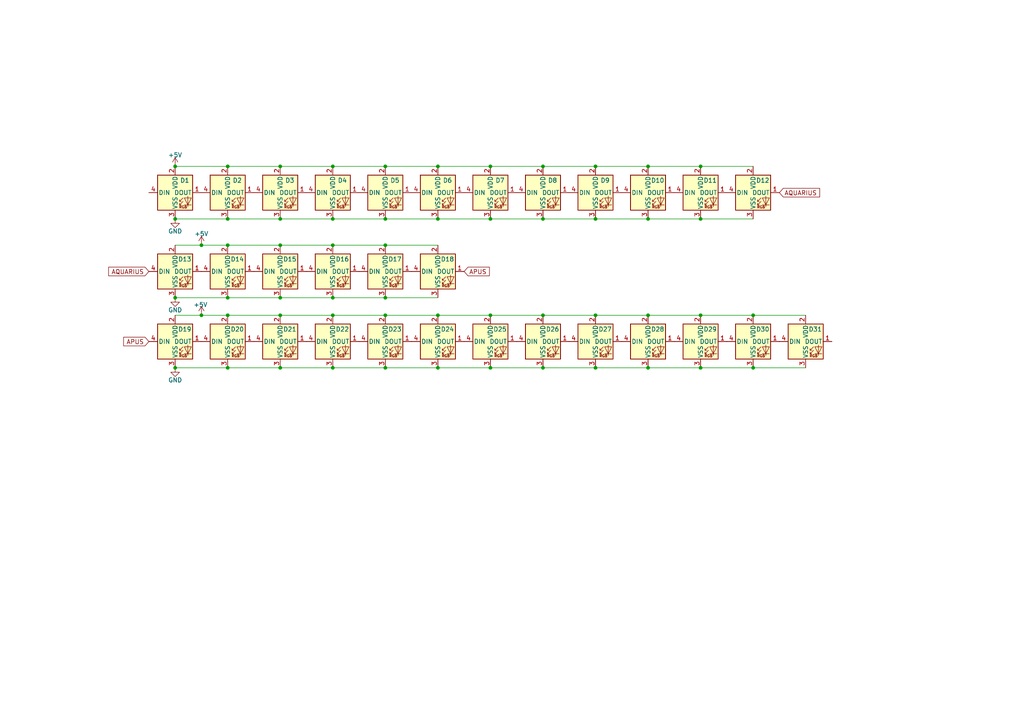
<source format=kicad_sch>
(kicad_sch
	(version 20231120)
	(generator "eeschema")
	(generator_version "8.0")
	(uuid "229662f1-9b1b-489a-be0e-c1566e80d332")
	(paper "A4")
	(lib_symbols
		(symbol "__sws_jlpcb:XL-1010RGBC-WS2812B"
			(pin_names
				(offset 0.254)
			)
			(exclude_from_sim no)
			(in_bom yes)
			(on_board yes)
			(property "Reference" "D"
				(at -3.556 3.048 0)
				(effects
					(font
						(size 1.27 1.27)
					)
					(justify right bottom)
				)
			)
			(property "Value" "XL-1010RGBC-WS2812B"
				(at 1.27 -5.715 0)
				(effects
					(font
						(size 1.27 1.27)
					)
					(justify left top)
				)
			)
			(property "Footprint" "vancouver-skytrain-pcb.pretty:XL-1010RGBC-WS2812B"
				(at 1.27 -7.62 0)
				(effects
					(font
						(size 1.27 1.27)
					)
					(justify left top)
					(hide yes)
				)
			)
			(property "Datasheet" "https://datasheet.lcsc.com/lcsc/2301111010_XINGLIGHT-XL-1010RGBC-WS2812B_C5349953.pdf"
				(at 1.524 -9.652 0)
				(effects
					(font
						(size 1.27 1.27)
					)
					(justify left top)
					(hide yes)
				)
			)
			(property "Description" "RGB LED with integrated controller"
				(at 18.288 -12.7 0)
				(effects
					(font
						(size 1.27 1.27)
					)
					(hide yes)
				)
			)
			(property "LCSC" "C5349953"
				(at 6.35 -14.732 0)
				(effects
					(font
						(size 1.27 1.27)
					)
					(hide yes)
				)
			)
			(property "ki_keywords" "RGB LED NeoPixel addressable"
				(at 0 0 0)
				(effects
					(font
						(size 1.27 1.27)
					)
					(hide yes)
				)
			)
			(property "ki_fp_filters" "LED*WS2812*PLCC*5.0x5.0mm*P3.2mm*"
				(at 0 0 0)
				(effects
					(font
						(size 1.27 1.27)
					)
					(hide yes)
				)
			)
			(symbol "XL-1010RGBC-WS2812B_0_0"
				(text "RGB"
					(at 2.286 -4.191 0)
					(effects
						(font
							(size 0.762 0.762)
						)
					)
				)
			)
			(symbol "XL-1010RGBC-WS2812B_0_1"
				(rectangle
					(start -5.08 5.08)
					(end 5.08 -5.08)
					(stroke
						(width 0.254)
						(type default)
					)
					(fill
						(type background)
					)
				)
				(polyline
					(pts
						(xy 1.27 -3.556) (xy 1.778 -3.556)
					)
					(stroke
						(width 0)
						(type default)
					)
					(fill
						(type none)
					)
				)
				(polyline
					(pts
						(xy 1.27 -2.54) (xy 1.778 -2.54)
					)
					(stroke
						(width 0)
						(type default)
					)
					(fill
						(type none)
					)
				)
				(polyline
					(pts
						(xy 4.699 -3.556) (xy 2.667 -3.556)
					)
					(stroke
						(width 0)
						(type default)
					)
					(fill
						(type none)
					)
				)
				(polyline
					(pts
						(xy 2.286 -2.54) (xy 1.27 -3.556) (xy 1.27 -3.048)
					)
					(stroke
						(width 0)
						(type default)
					)
					(fill
						(type none)
					)
				)
				(polyline
					(pts
						(xy 2.286 -1.524) (xy 1.27 -2.54) (xy 1.27 -2.032)
					)
					(stroke
						(width 0)
						(type default)
					)
					(fill
						(type none)
					)
				)
				(polyline
					(pts
						(xy 3.683 -1.016) (xy 3.683 -3.556) (xy 3.683 -4.064)
					)
					(stroke
						(width 0)
						(type default)
					)
					(fill
						(type none)
					)
				)
				(polyline
					(pts
						(xy 4.699 -1.524) (xy 2.667 -1.524) (xy 3.683 -3.556) (xy 4.699 -1.524)
					)
					(stroke
						(width 0)
						(type default)
					)
					(fill
						(type none)
					)
				)
			)
			(symbol "XL-1010RGBC-WS2812B_1_1"
				(pin output line
					(at 7.62 0 180)
					(length 2.54)
					(name "DOUT"
						(effects
							(font
								(size 1.27 1.27)
							)
						)
					)
					(number "1"
						(effects
							(font
								(size 1.27 1.27)
							)
						)
					)
				)
				(pin power_in line
					(at 0 7.62 270)
					(length 2.54)
					(name "VDD"
						(effects
							(font
								(size 1.27 1.27)
							)
						)
					)
					(number "2"
						(effects
							(font
								(size 1.27 1.27)
							)
						)
					)
				)
				(pin power_in line
					(at 0 -7.62 90)
					(length 2.54)
					(name "VSS"
						(effects
							(font
								(size 1.27 1.27)
							)
						)
					)
					(number "3"
						(effects
							(font
								(size 1.27 1.27)
							)
						)
					)
				)
				(pin input line
					(at -7.62 0 0)
					(length 2.54)
					(name "DIN"
						(effects
							(font
								(size 1.27 1.27)
							)
						)
					)
					(number "4"
						(effects
							(font
								(size 1.27 1.27)
							)
						)
					)
				)
			)
		)
		(symbol "power:+5V"
			(power)
			(pin_numbers hide)
			(pin_names
				(offset 0) hide)
			(exclude_from_sim no)
			(in_bom yes)
			(on_board yes)
			(property "Reference" "#PWR"
				(at 0 -3.81 0)
				(effects
					(font
						(size 1.27 1.27)
					)
					(hide yes)
				)
			)
			(property "Value" "+5V"
				(at 0 3.556 0)
				(effects
					(font
						(size 1.27 1.27)
					)
				)
			)
			(property "Footprint" ""
				(at 0 0 0)
				(effects
					(font
						(size 1.27 1.27)
					)
					(hide yes)
				)
			)
			(property "Datasheet" ""
				(at 0 0 0)
				(effects
					(font
						(size 1.27 1.27)
					)
					(hide yes)
				)
			)
			(property "Description" "Power symbol creates a global label with name \"+5V\""
				(at 0 0 0)
				(effects
					(font
						(size 1.27 1.27)
					)
					(hide yes)
				)
			)
			(property "ki_keywords" "global power"
				(at 0 0 0)
				(effects
					(font
						(size 1.27 1.27)
					)
					(hide yes)
				)
			)
			(symbol "+5V_0_1"
				(polyline
					(pts
						(xy -0.762 1.27) (xy 0 2.54)
					)
					(stroke
						(width 0)
						(type default)
					)
					(fill
						(type none)
					)
				)
				(polyline
					(pts
						(xy 0 0) (xy 0 2.54)
					)
					(stroke
						(width 0)
						(type default)
					)
					(fill
						(type none)
					)
				)
				(polyline
					(pts
						(xy 0 2.54) (xy 0.762 1.27)
					)
					(stroke
						(width 0)
						(type default)
					)
					(fill
						(type none)
					)
				)
			)
			(symbol "+5V_1_1"
				(pin power_in line
					(at 0 0 90)
					(length 0)
					(name "~"
						(effects
							(font
								(size 1.27 1.27)
							)
						)
					)
					(number "1"
						(effects
							(font
								(size 1.27 1.27)
							)
						)
					)
				)
			)
		)
		(symbol "power:GND"
			(power)
			(pin_numbers hide)
			(pin_names
				(offset 0) hide)
			(exclude_from_sim no)
			(in_bom yes)
			(on_board yes)
			(property "Reference" "#PWR"
				(at 0 -6.35 0)
				(effects
					(font
						(size 1.27 1.27)
					)
					(hide yes)
				)
			)
			(property "Value" "GND"
				(at 0 -3.81 0)
				(effects
					(font
						(size 1.27 1.27)
					)
				)
			)
			(property "Footprint" ""
				(at 0 0 0)
				(effects
					(font
						(size 1.27 1.27)
					)
					(hide yes)
				)
			)
			(property "Datasheet" ""
				(at 0 0 0)
				(effects
					(font
						(size 1.27 1.27)
					)
					(hide yes)
				)
			)
			(property "Description" "Power symbol creates a global label with name \"GND\" , ground"
				(at 0 0 0)
				(effects
					(font
						(size 1.27 1.27)
					)
					(hide yes)
				)
			)
			(property "ki_keywords" "global power"
				(at 0 0 0)
				(effects
					(font
						(size 1.27 1.27)
					)
					(hide yes)
				)
			)
			(symbol "GND_0_1"
				(polyline
					(pts
						(xy 0 0) (xy 0 -1.27) (xy 1.27 -1.27) (xy 0 -2.54) (xy -1.27 -1.27) (xy 0 -1.27)
					)
					(stroke
						(width 0)
						(type default)
					)
					(fill
						(type none)
					)
				)
			)
			(symbol "GND_1_1"
				(pin power_in line
					(at 0 0 270)
					(length 0)
					(name "~"
						(effects
							(font
								(size 1.27 1.27)
							)
						)
					)
					(number "1"
						(effects
							(font
								(size 1.27 1.27)
							)
						)
					)
				)
			)
		)
	)
	(junction
		(at 157.48 106.68)
		(diameter 0)
		(color 0 0 0 0)
		(uuid "0777649e-f8b1-4d6c-990e-268ecacbc94a")
	)
	(junction
		(at 203.2 106.68)
		(diameter 0)
		(color 0 0 0 0)
		(uuid "09426b2a-e3ef-44a8-92b5-6a142336227a")
	)
	(junction
		(at 111.76 71.12)
		(diameter 0)
		(color 0 0 0 0)
		(uuid "0965a2d9-4f48-414e-9e4d-c0743d3b1aa2")
	)
	(junction
		(at 127 63.5)
		(diameter 0)
		(color 0 0 0 0)
		(uuid "0db75ffd-8c2e-473d-bf5f-ffcb98327137")
	)
	(junction
		(at 187.96 91.44)
		(diameter 0)
		(color 0 0 0 0)
		(uuid "22d0ca1d-e84f-4eca-9511-148048190a99")
	)
	(junction
		(at 81.28 106.68)
		(diameter 0)
		(color 0 0 0 0)
		(uuid "267d887f-ce2f-4fc7-8e68-8b59a7f91693")
	)
	(junction
		(at 58.42 71.12)
		(diameter 0)
		(color 0 0 0 0)
		(uuid "26e560af-984c-4b78-9408-4b307898aac9")
	)
	(junction
		(at 81.28 86.36)
		(diameter 0)
		(color 0 0 0 0)
		(uuid "31ffeddc-5446-442a-a246-12f66cbcb17b")
	)
	(junction
		(at 203.2 63.5)
		(diameter 0)
		(color 0 0 0 0)
		(uuid "396302ed-a265-4067-92a3-17d90f2551f0")
	)
	(junction
		(at 50.8 106.68)
		(diameter 0)
		(color 0 0 0 0)
		(uuid "4867249c-ae92-4bd4-9dbe-4b7ea90b6e75")
	)
	(junction
		(at 142.24 63.5)
		(diameter 0)
		(color 0 0 0 0)
		(uuid "4f17df79-567f-4997-a15a-60f2c463d713")
	)
	(junction
		(at 50.8 63.5)
		(diameter 0)
		(color 0 0 0 0)
		(uuid "514afd32-7655-4ef9-92a2-65b7a2db79d0")
	)
	(junction
		(at 203.2 91.44)
		(diameter 0)
		(color 0 0 0 0)
		(uuid "51e54545-2cb2-4907-831f-3a9db5042770")
	)
	(junction
		(at 157.48 48.26)
		(diameter 0)
		(color 0 0 0 0)
		(uuid "5f7e19ac-822b-430b-9211-da678eaaf5e2")
	)
	(junction
		(at 111.76 86.36)
		(diameter 0)
		(color 0 0 0 0)
		(uuid "63a77dd7-50a5-4236-b3e7-b3d64f0782c9")
	)
	(junction
		(at 127 91.44)
		(diameter 0)
		(color 0 0 0 0)
		(uuid "6ac6a133-5f3c-49e7-be13-a58125f19d42")
	)
	(junction
		(at 96.52 91.44)
		(diameter 0)
		(color 0 0 0 0)
		(uuid "6ca8578c-6e74-44ce-a38e-1575912cdb78")
	)
	(junction
		(at 96.52 86.36)
		(diameter 0)
		(color 0 0 0 0)
		(uuid "7144c33f-a188-4d9f-8813-e25625990644")
	)
	(junction
		(at 111.76 91.44)
		(diameter 0)
		(color 0 0 0 0)
		(uuid "7180fec1-65bc-49df-891e-d41f0b352c62")
	)
	(junction
		(at 66.04 63.5)
		(diameter 0)
		(color 0 0 0 0)
		(uuid "7a50ea2d-472e-4ba5-ad98-e011ebedbacb")
	)
	(junction
		(at 81.28 71.12)
		(diameter 0)
		(color 0 0 0 0)
		(uuid "7a7299b8-2f22-46d9-b8f4-e8b57ff0875c")
	)
	(junction
		(at 187.96 63.5)
		(diameter 0)
		(color 0 0 0 0)
		(uuid "7e6dbe63-9ad8-4816-83eb-4f9fc2b74bf3")
	)
	(junction
		(at 111.76 48.26)
		(diameter 0)
		(color 0 0 0 0)
		(uuid "7e8d9760-8814-4d38-97d3-bcddac7156f8")
	)
	(junction
		(at 111.76 63.5)
		(diameter 0)
		(color 0 0 0 0)
		(uuid "7ffec302-c848-4b8a-92fb-5f79c099ed76")
	)
	(junction
		(at 66.04 71.12)
		(diameter 0)
		(color 0 0 0 0)
		(uuid "825ce45d-209a-49f7-9719-b18da2d9d558")
	)
	(junction
		(at 127 106.68)
		(diameter 0)
		(color 0 0 0 0)
		(uuid "8598109e-a3fd-4ee0-8297-932092d53cff")
	)
	(junction
		(at 187.96 106.68)
		(diameter 0)
		(color 0 0 0 0)
		(uuid "863ac7c4-8fef-47d6-aca9-9bea10bc3055")
	)
	(junction
		(at 96.52 106.68)
		(diameter 0)
		(color 0 0 0 0)
		(uuid "8a6c65ae-75e6-455f-83d9-f5c076c94b61")
	)
	(junction
		(at 66.04 86.36)
		(diameter 0)
		(color 0 0 0 0)
		(uuid "8a8d0a65-1358-48a9-b4e5-8e6f46373bd1")
	)
	(junction
		(at 66.04 48.26)
		(diameter 0)
		(color 0 0 0 0)
		(uuid "95059c07-c366-41dc-8a9c-3918cd8a376e")
	)
	(junction
		(at 172.72 63.5)
		(diameter 0)
		(color 0 0 0 0)
		(uuid "96abd633-bba5-4d4d-b720-11ecd9ef1d04")
	)
	(junction
		(at 66.04 106.68)
		(diameter 0)
		(color 0 0 0 0)
		(uuid "9c6c31e0-8e2b-4fd3-8f9e-7a601bebf4cd")
	)
	(junction
		(at 172.72 48.26)
		(diameter 0)
		(color 0 0 0 0)
		(uuid "a54a97ab-ebc3-4968-9025-a1c3d2a74670")
	)
	(junction
		(at 66.04 91.44)
		(diameter 0)
		(color 0 0 0 0)
		(uuid "a6945bde-7457-49d7-9193-39c9dbb4939f")
	)
	(junction
		(at 96.52 48.26)
		(diameter 0)
		(color 0 0 0 0)
		(uuid "ac008e40-cfa5-4c2b-bf1b-782583738d90")
	)
	(junction
		(at 172.72 91.44)
		(diameter 0)
		(color 0 0 0 0)
		(uuid "aea5ad4e-1748-4094-a001-9ec157f00e8b")
	)
	(junction
		(at 218.44 106.68)
		(diameter 0)
		(color 0 0 0 0)
		(uuid "b0e68c01-4287-4729-851a-1be969e60c7b")
	)
	(junction
		(at 81.28 48.26)
		(diameter 0)
		(color 0 0 0 0)
		(uuid "b1740079-3265-464c-96f3-e2d1601331f6")
	)
	(junction
		(at 218.44 91.44)
		(diameter 0)
		(color 0 0 0 0)
		(uuid "b226cbcf-c1af-43dc-9921-3ea398b41e66")
	)
	(junction
		(at 187.96 48.26)
		(diameter 0)
		(color 0 0 0 0)
		(uuid "b83b3d6e-fb7b-441f-a926-49da655c58fd")
	)
	(junction
		(at 81.28 91.44)
		(diameter 0)
		(color 0 0 0 0)
		(uuid "bbd9c943-ebab-4b9c-9d63-46763c3ce45e")
	)
	(junction
		(at 111.76 106.68)
		(diameter 0)
		(color 0 0 0 0)
		(uuid "bc494d02-9fdd-4884-8865-0bc8b029926e")
	)
	(junction
		(at 96.52 71.12)
		(diameter 0)
		(color 0 0 0 0)
		(uuid "bf0c6912-eeff-40b3-839f-a5dc7843fa5c")
	)
	(junction
		(at 127 48.26)
		(diameter 0)
		(color 0 0 0 0)
		(uuid "bff4f34d-7166-4884-bc1c-c9c7b7cfa8a1")
	)
	(junction
		(at 50.8 86.36)
		(diameter 0)
		(color 0 0 0 0)
		(uuid "c1b07ec8-24bb-404b-a60c-128f445962fb")
	)
	(junction
		(at 203.2 48.26)
		(diameter 0)
		(color 0 0 0 0)
		(uuid "c24ea66a-c71e-4e14-80d8-9ff91dec2ba0")
	)
	(junction
		(at 172.72 106.68)
		(diameter 0)
		(color 0 0 0 0)
		(uuid "c3036f7d-20c4-4c18-8a09-e201ae12557e")
	)
	(junction
		(at 81.28 63.5)
		(diameter 0)
		(color 0 0 0 0)
		(uuid "c6646a56-915c-471e-a351-91af4d5a5af5")
	)
	(junction
		(at 142.24 48.26)
		(diameter 0)
		(color 0 0 0 0)
		(uuid "d993937b-90bd-4e77-8cca-4e52a6e4621a")
	)
	(junction
		(at 58.42 91.44)
		(diameter 0)
		(color 0 0 0 0)
		(uuid "dc23ad99-59e0-4920-9555-02ca5bf4efe8")
	)
	(junction
		(at 157.48 63.5)
		(diameter 0)
		(color 0 0 0 0)
		(uuid "e8eba131-5e0b-4965-8957-a293c550178c")
	)
	(junction
		(at 50.8 48.26)
		(diameter 0)
		(color 0 0 0 0)
		(uuid "eaa03c21-4606-4d9f-81be-6863dfce0993")
	)
	(junction
		(at 157.48 91.44)
		(diameter 0)
		(color 0 0 0 0)
		(uuid "efe63517-c171-46e1-9c01-718d813d0097")
	)
	(junction
		(at 142.24 91.44)
		(diameter 0)
		(color 0 0 0 0)
		(uuid "effddaa2-c1e5-46e8-a648-367fc15e97d3")
	)
	(junction
		(at 142.24 106.68)
		(diameter 0)
		(color 0 0 0 0)
		(uuid "f02190a3-2da7-436f-8c8f-cfa4ab32de5f")
	)
	(junction
		(at 96.52 63.5)
		(diameter 0)
		(color 0 0 0 0)
		(uuid "f988cd97-d46d-48b7-8399-764378da0189")
	)
	(wire
		(pts
			(xy 157.48 48.26) (xy 172.72 48.26)
		)
		(stroke
			(width 0)
			(type default)
		)
		(uuid "057ed7a3-d216-4ba9-a2d0-ed97729dcd61")
	)
	(wire
		(pts
			(xy 203.2 48.26) (xy 218.44 48.26)
		)
		(stroke
			(width 0)
			(type default)
		)
		(uuid "06dedec0-f780-4471-bf6a-cabf7729be85")
	)
	(wire
		(pts
			(xy 127 106.68) (xy 142.24 106.68)
		)
		(stroke
			(width 0)
			(type default)
		)
		(uuid "1080cc9d-3447-43be-b105-9c6570b54f85")
	)
	(wire
		(pts
			(xy 203.2 63.5) (xy 218.44 63.5)
		)
		(stroke
			(width 0)
			(type default)
		)
		(uuid "1215b99c-d267-4d5e-8307-28bdfc494b03")
	)
	(wire
		(pts
			(xy 172.72 63.5) (xy 187.96 63.5)
		)
		(stroke
			(width 0)
			(type default)
		)
		(uuid "12c90442-1252-40f0-b45e-708692ce6423")
	)
	(wire
		(pts
			(xy 157.48 106.68) (xy 172.72 106.68)
		)
		(stroke
			(width 0)
			(type default)
		)
		(uuid "13d58223-61c0-44bb-af59-dd16bc34bbcd")
	)
	(wire
		(pts
			(xy 203.2 91.44) (xy 218.44 91.44)
		)
		(stroke
			(width 0)
			(type default)
		)
		(uuid "23e937f1-49f5-455d-b831-17f997675b63")
	)
	(wire
		(pts
			(xy 203.2 106.68) (xy 218.44 106.68)
		)
		(stroke
			(width 0)
			(type default)
		)
		(uuid "244582fb-093f-407f-b61f-91165de7b36b")
	)
	(wire
		(pts
			(xy 50.8 86.36) (xy 66.04 86.36)
		)
		(stroke
			(width 0)
			(type default)
		)
		(uuid "255b05fe-7f55-4b29-bde1-9a6dba9e6204")
	)
	(wire
		(pts
			(xy 111.76 86.36) (xy 127 86.36)
		)
		(stroke
			(width 0)
			(type default)
		)
		(uuid "293adac9-d93c-4372-b8a8-778b6109430b")
	)
	(wire
		(pts
			(xy 50.8 48.26) (xy 66.04 48.26)
		)
		(stroke
			(width 0)
			(type default)
		)
		(uuid "2bcf6321-dfe5-46c7-b1f8-2af930f708ee")
	)
	(wire
		(pts
			(xy 96.52 86.36) (xy 111.76 86.36)
		)
		(stroke
			(width 0)
			(type default)
		)
		(uuid "2c92b076-2729-4d39-873b-79deb6361f38")
	)
	(wire
		(pts
			(xy 96.52 63.5) (xy 111.76 63.5)
		)
		(stroke
			(width 0)
			(type default)
		)
		(uuid "2d88a600-7c66-4256-aa0e-55a4be128e6f")
	)
	(wire
		(pts
			(xy 172.72 91.44) (xy 187.96 91.44)
		)
		(stroke
			(width 0)
			(type default)
		)
		(uuid "31e68b69-37a1-4df1-8041-107a8829a127")
	)
	(wire
		(pts
			(xy 66.04 86.36) (xy 81.28 86.36)
		)
		(stroke
			(width 0)
			(type default)
		)
		(uuid "38969969-7488-45bf-92c8-47d3ddaf4fd7")
	)
	(wire
		(pts
			(xy 81.28 63.5) (xy 96.52 63.5)
		)
		(stroke
			(width 0)
			(type default)
		)
		(uuid "3cc2d0a8-fa11-43fa-8a1d-e430610db9d2")
	)
	(wire
		(pts
			(xy 81.28 48.26) (xy 96.52 48.26)
		)
		(stroke
			(width 0)
			(type default)
		)
		(uuid "42e194c8-f71d-4857-8391-8c3068b7234b")
	)
	(wire
		(pts
			(xy 142.24 48.26) (xy 157.48 48.26)
		)
		(stroke
			(width 0)
			(type default)
		)
		(uuid "452b7269-651e-4e8d-936c-8ecc604b78c8")
	)
	(wire
		(pts
			(xy 66.04 48.26) (xy 81.28 48.26)
		)
		(stroke
			(width 0)
			(type default)
		)
		(uuid "48ff58e0-13d3-47af-bc55-1f0122d66310")
	)
	(wire
		(pts
			(xy 218.44 91.44) (xy 233.68 91.44)
		)
		(stroke
			(width 0)
			(type default)
		)
		(uuid "4c613a72-56fd-4edf-9244-0bdde66fe17a")
	)
	(wire
		(pts
			(xy 96.52 71.12) (xy 111.76 71.12)
		)
		(stroke
			(width 0)
			(type default)
		)
		(uuid "4f2ec389-3cd1-4fce-b0cd-b481bbf55cd6")
	)
	(wire
		(pts
			(xy 50.8 106.68) (xy 66.04 106.68)
		)
		(stroke
			(width 0)
			(type default)
		)
		(uuid "4f646797-3777-4e7f-948e-661736b9469b")
	)
	(wire
		(pts
			(xy 172.72 48.26) (xy 187.96 48.26)
		)
		(stroke
			(width 0)
			(type default)
		)
		(uuid "5328d5f7-f0e7-44ff-b0f5-b90c052c440e")
	)
	(wire
		(pts
			(xy 50.8 71.12) (xy 58.42 71.12)
		)
		(stroke
			(width 0)
			(type default)
		)
		(uuid "589ce12f-6c32-443b-a030-627b61f12666")
	)
	(wire
		(pts
			(xy 187.96 91.44) (xy 203.2 91.44)
		)
		(stroke
			(width 0)
			(type default)
		)
		(uuid "5a1e0943-9b44-47fb-b347-f268dfc4afa6")
	)
	(wire
		(pts
			(xy 142.24 91.44) (xy 157.48 91.44)
		)
		(stroke
			(width 0)
			(type default)
		)
		(uuid "5a96f9c4-c1b8-411b-8d66-6e7bf47c2212")
	)
	(wire
		(pts
			(xy 127 91.44) (xy 142.24 91.44)
		)
		(stroke
			(width 0)
			(type default)
		)
		(uuid "5d194fc6-d19d-4cf0-bc45-80065e12173b")
	)
	(wire
		(pts
			(xy 81.28 91.44) (xy 96.52 91.44)
		)
		(stroke
			(width 0)
			(type default)
		)
		(uuid "5f676d12-9b4a-4b99-b9ba-6ecb1064b68d")
	)
	(wire
		(pts
			(xy 50.8 63.5) (xy 66.04 63.5)
		)
		(stroke
			(width 0)
			(type default)
		)
		(uuid "6541575e-28cc-4748-9dc6-0b4bd3d60a67")
	)
	(wire
		(pts
			(xy 142.24 63.5) (xy 157.48 63.5)
		)
		(stroke
			(width 0)
			(type default)
		)
		(uuid "6680754b-3c09-4a4b-a0ae-64122c6a31cd")
	)
	(wire
		(pts
			(xy 157.48 63.5) (xy 172.72 63.5)
		)
		(stroke
			(width 0)
			(type default)
		)
		(uuid "6ac6a114-f86c-413c-aa89-342c2781f75e")
	)
	(wire
		(pts
			(xy 66.04 63.5) (xy 81.28 63.5)
		)
		(stroke
			(width 0)
			(type default)
		)
		(uuid "6ad31496-f84c-401c-9d6a-d56828358651")
	)
	(wire
		(pts
			(xy 50.8 91.44) (xy 58.42 91.44)
		)
		(stroke
			(width 0)
			(type default)
		)
		(uuid "6f3c5d16-c300-4e0e-9578-7c96bfe72664")
	)
	(wire
		(pts
			(xy 96.52 91.44) (xy 111.76 91.44)
		)
		(stroke
			(width 0)
			(type default)
		)
		(uuid "70254ec5-c32a-4209-b949-f36c32463c11")
	)
	(wire
		(pts
			(xy 187.96 106.68) (xy 203.2 106.68)
		)
		(stroke
			(width 0)
			(type default)
		)
		(uuid "847eb3d9-6a37-40c3-932b-a0f96547c6ee")
	)
	(wire
		(pts
			(xy 172.72 106.68) (xy 187.96 106.68)
		)
		(stroke
			(width 0)
			(type default)
		)
		(uuid "89004bf0-b243-4074-8197-08a764705784")
	)
	(wire
		(pts
			(xy 218.44 106.68) (xy 233.68 106.68)
		)
		(stroke
			(width 0)
			(type default)
		)
		(uuid "897e59c9-5174-4145-955a-22e8b08fc652")
	)
	(wire
		(pts
			(xy 111.76 63.5) (xy 127 63.5)
		)
		(stroke
			(width 0)
			(type default)
		)
		(uuid "8bb09dcf-0a64-45f4-9b4c-6f7c38f40e15")
	)
	(wire
		(pts
			(xy 58.42 71.12) (xy 66.04 71.12)
		)
		(stroke
			(width 0)
			(type default)
		)
		(uuid "8db19222-cca8-4c5d-99d1-763fd6b07b98")
	)
	(wire
		(pts
			(xy 157.48 91.44) (xy 172.72 91.44)
		)
		(stroke
			(width 0)
			(type default)
		)
		(uuid "95c7777b-3d84-430e-af58-02b51c0e9b0c")
	)
	(wire
		(pts
			(xy 58.42 91.44) (xy 66.04 91.44)
		)
		(stroke
			(width 0)
			(type default)
		)
		(uuid "a2bd8caf-d2f0-46c7-a1f6-f85cbf73d901")
	)
	(wire
		(pts
			(xy 111.76 48.26) (xy 127 48.26)
		)
		(stroke
			(width 0)
			(type default)
		)
		(uuid "a38958c6-1048-40f3-8861-d7b867b0a2e0")
	)
	(wire
		(pts
			(xy 187.96 48.26) (xy 203.2 48.26)
		)
		(stroke
			(width 0)
			(type default)
		)
		(uuid "a5a239c0-d07c-44e3-9ea6-86fbe9bfe864")
	)
	(wire
		(pts
			(xy 66.04 71.12) (xy 81.28 71.12)
		)
		(stroke
			(width 0)
			(type default)
		)
		(uuid "a8faf6b4-ce6f-4df8-b5b2-a5f3290478ca")
	)
	(wire
		(pts
			(xy 81.28 106.68) (xy 96.52 106.68)
		)
		(stroke
			(width 0)
			(type default)
		)
		(uuid "a94dae97-511e-4235-a81b-6df410e8953d")
	)
	(wire
		(pts
			(xy 111.76 91.44) (xy 127 91.44)
		)
		(stroke
			(width 0)
			(type default)
		)
		(uuid "aa179f2d-2701-4541-b1bb-d1c4aa66fd74")
	)
	(wire
		(pts
			(xy 96.52 106.68) (xy 111.76 106.68)
		)
		(stroke
			(width 0)
			(type default)
		)
		(uuid "aacebeac-a87c-4e43-8c0b-bf456244df62")
	)
	(wire
		(pts
			(xy 66.04 106.68) (xy 81.28 106.68)
		)
		(stroke
			(width 0)
			(type default)
		)
		(uuid "ab471e56-4a1f-479d-bb9b-3f3b23f42a9d")
	)
	(wire
		(pts
			(xy 187.96 63.5) (xy 203.2 63.5)
		)
		(stroke
			(width 0)
			(type default)
		)
		(uuid "bc05908a-6da3-4528-bc4d-c50302ccf95a")
	)
	(wire
		(pts
			(xy 81.28 71.12) (xy 96.52 71.12)
		)
		(stroke
			(width 0)
			(type default)
		)
		(uuid "bf7a1764-74f6-4f2e-8a4e-70a372d9ce18")
	)
	(wire
		(pts
			(xy 127 48.26) (xy 142.24 48.26)
		)
		(stroke
			(width 0)
			(type default)
		)
		(uuid "c40c5e77-f299-4619-947b-652ee47989e1")
	)
	(wire
		(pts
			(xy 66.04 91.44) (xy 81.28 91.44)
		)
		(stroke
			(width 0)
			(type default)
		)
		(uuid "cf9cf2c2-7df8-4358-9b0f-6061d32f9fec")
	)
	(wire
		(pts
			(xy 81.28 86.36) (xy 96.52 86.36)
		)
		(stroke
			(width 0)
			(type default)
		)
		(uuid "dacbcd3a-ce87-40e5-a464-40de0cda09d2")
	)
	(wire
		(pts
			(xy 111.76 71.12) (xy 127 71.12)
		)
		(stroke
			(width 0)
			(type default)
		)
		(uuid "dd3fda60-aeda-4f7e-9e91-45114d781008")
	)
	(wire
		(pts
			(xy 142.24 106.68) (xy 157.48 106.68)
		)
		(stroke
			(width 0)
			(type default)
		)
		(uuid "e0a9c583-fbec-4f25-8a6d-9edeaa08c7ed")
	)
	(wire
		(pts
			(xy 96.52 48.26) (xy 111.76 48.26)
		)
		(stroke
			(width 0)
			(type default)
		)
		(uuid "f3e63611-3da6-41ed-938b-73ab753b2579")
	)
	(wire
		(pts
			(xy 111.76 106.68) (xy 127 106.68)
		)
		(stroke
			(width 0)
			(type default)
		)
		(uuid "f89defa5-c983-4ac9-be0c-5c3b84a1b93a")
	)
	(wire
		(pts
			(xy 127 63.5) (xy 142.24 63.5)
		)
		(stroke
			(width 0)
			(type default)
		)
		(uuid "fc85a9f8-b894-477b-bdd6-b384ca602311")
	)
	(global_label "APUS"
		(shape input)
		(at 43.18 99.06 180)
		(fields_autoplaced yes)
		(effects
			(font
				(size 1.27 1.27)
			)
			(justify right)
		)
		(uuid "1135d16c-de58-44f2-8dfa-f3ec123dca59")
		(property "Intersheetrefs" "${INTERSHEET_REFS}"
			(at 35.2962 99.06 0)
			(effects
				(font
					(size 1.27 1.27)
				)
				(justify right)
				(hide yes)
			)
		)
	)
	(global_label "AQUARIUS"
		(shape input)
		(at 226.06 55.88 0)
		(fields_autoplaced yes)
		(effects
			(font
				(size 1.27 1.27)
			)
			(justify left)
		)
		(uuid "1a625ac6-6d2c-4f91-b3a0-63cf8b20b733")
		(property "Intersheetrefs" "${INTERSHEET_REFS}"
			(at 238.2982 55.88 0)
			(effects
				(font
					(size 1.27 1.27)
				)
				(justify left)
				(hide yes)
			)
		)
	)
	(global_label "APUS"
		(shape input)
		(at 134.62 78.74 0)
		(fields_autoplaced yes)
		(effects
			(font
				(size 1.27 1.27)
			)
			(justify left)
		)
		(uuid "3dd0d022-de74-46b6-b1a5-0983bd003404")
		(property "Intersheetrefs" "${INTERSHEET_REFS}"
			(at 142.5038 78.74 0)
			(effects
				(font
					(size 1.27 1.27)
				)
				(justify left)
				(hide yes)
			)
		)
	)
	(global_label "AQUARIUS"
		(shape input)
		(at 43.18 78.74 180)
		(fields_autoplaced yes)
		(effects
			(font
				(size 1.27 1.27)
			)
			(justify right)
		)
		(uuid "ccc4ff94-b996-4a1e-88bd-8321cb336b75")
		(property "Intersheetrefs" "${INTERSHEET_REFS}"
			(at 30.9418 78.74 0)
			(effects
				(font
					(size 1.27 1.27)
				)
				(justify right)
				(hide yes)
			)
		)
	)
	(symbol
		(lib_id "__sws_jlpcb:XL-1010RGBC-WS2812B")
		(at 66.04 99.06 0)
		(unit 1)
		(exclude_from_sim no)
		(in_bom yes)
		(on_board yes)
		(dnp no)
		(uuid "05dcaf02-f5d8-4fad-aff8-0c14fe9523e7")
		(property "Reference" "D20"
			(at 68.834 95.504 0)
			(effects
				(font
					(size 1.27 1.27)
				)
			)
		)
		(property "Value" "XL-1010RGBC-WS2812B"
			(at 66.548 86.614 0)
			(effects
				(font
					(size 1.27 1.27)
				)
				(hide yes)
			)
		)
		(property "Footprint" "SWS-Library:XL-1010RGBC-WS2812B"
			(at 67.31 106.68 0)
			(effects
				(font
					(size 1.27 1.27)
				)
				(justify left top)
				(hide yes)
			)
		)
		(property "Datasheet" "https://datasheet.lcsc.com/lcsc/2301111010_XINGLIGHT-XL-1010RGBC-WS2812B_C5349953.pdf"
			(at 67.564 108.712 0)
			(effects
				(font
					(size 1.27 1.27)
				)
				(justify left top)
				(hide yes)
			)
		)
		(property "Description" "RGB LED with integrated controller"
			(at 84.328 111.76 0)
			(effects
				(font
					(size 1.27 1.27)
				)
				(hide yes)
			)
		)
		(property "LCSC" "C5349953"
			(at 72.39 113.792 0)
			(effects
				(font
					(size 1.27 1.27)
				)
				(hide yes)
			)
		)
		(pin "4"
			(uuid "a1fe4773-0608-4344-9f9a-73711db02848")
		)
		(pin "2"
			(uuid "0c3248e7-666d-4257-a8bd-dca6443fc856")
		)
		(pin "3"
			(uuid "b952a39e-52d6-48b0-8b30-2fd6a964d5c6")
		)
		(pin "1"
			(uuid "8dc5a5cc-10b8-4c21-b7a4-f92e6a6d8b21")
		)
		(instances
			(project "constellation"
				(path "/229662f1-9b1b-489a-be0e-c1566e80d332"
					(reference "D20")
					(unit 1)
				)
			)
		)
	)
	(symbol
		(lib_id "__sws_jlpcb:XL-1010RGBC-WS2812B")
		(at 218.44 55.88 0)
		(unit 1)
		(exclude_from_sim no)
		(in_bom yes)
		(on_board yes)
		(dnp no)
		(uuid "0710e614-c365-4617-a239-e01402749472")
		(property "Reference" "D12"
			(at 221.234 52.324 0)
			(effects
				(font
					(size 1.27 1.27)
				)
			)
		)
		(property "Value" "XL-1010RGBC-WS2812B"
			(at 218.948 43.434 0)
			(effects
				(font
					(size 1.27 1.27)
				)
				(hide yes)
			)
		)
		(property "Footprint" "SWS-Library:XL-1010RGBC-WS2812B"
			(at 219.71 63.5 0)
			(effects
				(font
					(size 1.27 1.27)
				)
				(justify left top)
				(hide yes)
			)
		)
		(property "Datasheet" "https://datasheet.lcsc.com/lcsc/2301111010_XINGLIGHT-XL-1010RGBC-WS2812B_C5349953.pdf"
			(at 219.964 65.532 0)
			(effects
				(font
					(size 1.27 1.27)
				)
				(justify left top)
				(hide yes)
			)
		)
		(property "Description" "RGB LED with integrated controller"
			(at 236.728 68.58 0)
			(effects
				(font
					(size 1.27 1.27)
				)
				(hide yes)
			)
		)
		(property "LCSC" "C5349953"
			(at 224.79 70.612 0)
			(effects
				(font
					(size 1.27 1.27)
				)
				(hide yes)
			)
		)
		(pin "4"
			(uuid "2b317d05-2a32-436d-bdbb-b4c61dc5803f")
		)
		(pin "2"
			(uuid "ad8afc08-51b1-4d34-b404-f0c23a938d03")
		)
		(pin "3"
			(uuid "7e386c24-9f9b-4409-acac-41d06ec55002")
		)
		(pin "1"
			(uuid "791ffcfd-a980-489a-a967-7c1f5be56dc3")
		)
		(instances
			(project "constellation"
				(path "/229662f1-9b1b-489a-be0e-c1566e80d332"
					(reference "D12")
					(unit 1)
				)
			)
		)
	)
	(symbol
		(lib_id "__sws_jlpcb:XL-1010RGBC-WS2812B")
		(at 172.72 99.06 0)
		(unit 1)
		(exclude_from_sim no)
		(in_bom yes)
		(on_board yes)
		(dnp no)
		(uuid "09e64c48-ab53-4148-9db7-426a5303941c")
		(property "Reference" "D27"
			(at 175.514 95.504 0)
			(effects
				(font
					(size 1.27 1.27)
				)
			)
		)
		(property "Value" "XL-1010RGBC-WS2812B"
			(at 173.228 86.614 0)
			(effects
				(font
					(size 1.27 1.27)
				)
				(hide yes)
			)
		)
		(property "Footprint" "SWS-Library:XL-1010RGBC-WS2812B"
			(at 173.99 106.68 0)
			(effects
				(font
					(size 1.27 1.27)
				)
				(justify left top)
				(hide yes)
			)
		)
		(property "Datasheet" "https://datasheet.lcsc.com/lcsc/2301111010_XINGLIGHT-XL-1010RGBC-WS2812B_C5349953.pdf"
			(at 174.244 108.712 0)
			(effects
				(font
					(size 1.27 1.27)
				)
				(justify left top)
				(hide yes)
			)
		)
		(property "Description" "RGB LED with integrated controller"
			(at 191.008 111.76 0)
			(effects
				(font
					(size 1.27 1.27)
				)
				(hide yes)
			)
		)
		(property "LCSC" "C5349953"
			(at 179.07 113.792 0)
			(effects
				(font
					(size 1.27 1.27)
				)
				(hide yes)
			)
		)
		(pin "4"
			(uuid "bce49ee1-b21a-406c-aa66-36fd6d3ef616")
		)
		(pin "2"
			(uuid "ec23d672-c9ce-4def-a824-4d95adb7e8b3")
		)
		(pin "3"
			(uuid "0d978221-976e-44ba-a521-d88c28a78eac")
		)
		(pin "1"
			(uuid "0adef811-3deb-4794-ba3f-042a5e33e230")
		)
		(instances
			(project "constellation"
				(path "/229662f1-9b1b-489a-be0e-c1566e80d332"
					(reference "D27")
					(unit 1)
				)
			)
		)
	)
	(symbol
		(lib_id "__sws_jlpcb:XL-1010RGBC-WS2812B")
		(at 96.52 78.74 0)
		(unit 1)
		(exclude_from_sim no)
		(in_bom yes)
		(on_board yes)
		(dnp no)
		(uuid "0b2fd56f-214e-4be7-b1d7-123ef12907fe")
		(property "Reference" "D16"
			(at 99.314 75.184 0)
			(effects
				(font
					(size 1.27 1.27)
				)
			)
		)
		(property "Value" "XL-1010RGBC-WS2812B"
			(at 97.028 66.294 0)
			(effects
				(font
					(size 1.27 1.27)
				)
				(hide yes)
			)
		)
		(property "Footprint" "SWS-Library:XL-1010RGBC-WS2812B"
			(at 97.79 86.36 0)
			(effects
				(font
					(size 1.27 1.27)
				)
				(justify left top)
				(hide yes)
			)
		)
		(property "Datasheet" "https://datasheet.lcsc.com/lcsc/2301111010_XINGLIGHT-XL-1010RGBC-WS2812B_C5349953.pdf"
			(at 98.044 88.392 0)
			(effects
				(font
					(size 1.27 1.27)
				)
				(justify left top)
				(hide yes)
			)
		)
		(property "Description" "RGB LED with integrated controller"
			(at 114.808 91.44 0)
			(effects
				(font
					(size 1.27 1.27)
				)
				(hide yes)
			)
		)
		(property "LCSC" "C5349953"
			(at 102.87 93.472 0)
			(effects
				(font
					(size 1.27 1.27)
				)
				(hide yes)
			)
		)
		(pin "4"
			(uuid "423f1901-7191-4a1d-8840-c9f7fc86285c")
		)
		(pin "2"
			(uuid "ac776367-35e3-445e-acf2-2eb96c156d16")
		)
		(pin "3"
			(uuid "9206d906-f555-4e02-b3da-73d23a632ec6")
		)
		(pin "1"
			(uuid "f8ceefd2-87a1-4bf4-960c-178c5d2cb25e")
		)
		(instances
			(project "constellation"
				(path "/229662f1-9b1b-489a-be0e-c1566e80d332"
					(reference "D16")
					(unit 1)
				)
			)
		)
	)
	(symbol
		(lib_id "__sws_jlpcb:XL-1010RGBC-WS2812B")
		(at 111.76 78.74 0)
		(unit 1)
		(exclude_from_sim no)
		(in_bom yes)
		(on_board yes)
		(dnp no)
		(uuid "0e3d57ec-6e7b-43c2-a48a-4bd707334c4b")
		(property "Reference" "D17"
			(at 114.554 75.184 0)
			(effects
				(font
					(size 1.27 1.27)
				)
			)
		)
		(property "Value" "XL-1010RGBC-WS2812B"
			(at 112.268 66.294 0)
			(effects
				(font
					(size 1.27 1.27)
				)
				(hide yes)
			)
		)
		(property "Footprint" "SWS-Library:XL-1010RGBC-WS2812B"
			(at 113.03 86.36 0)
			(effects
				(font
					(size 1.27 1.27)
				)
				(justify left top)
				(hide yes)
			)
		)
		(property "Datasheet" "https://datasheet.lcsc.com/lcsc/2301111010_XINGLIGHT-XL-1010RGBC-WS2812B_C5349953.pdf"
			(at 113.284 88.392 0)
			(effects
				(font
					(size 1.27 1.27)
				)
				(justify left top)
				(hide yes)
			)
		)
		(property "Description" "RGB LED with integrated controller"
			(at 130.048 91.44 0)
			(effects
				(font
					(size 1.27 1.27)
				)
				(hide yes)
			)
		)
		(property "LCSC" "C5349953"
			(at 118.11 93.472 0)
			(effects
				(font
					(size 1.27 1.27)
				)
				(hide yes)
			)
		)
		(pin "4"
			(uuid "8e9818fb-daff-4428-a79f-def55d163b68")
		)
		(pin "2"
			(uuid "993a1c2d-a005-4389-9e59-68e36c6886f4")
		)
		(pin "3"
			(uuid "8c3e6ac4-5df2-48eb-8523-6b24b8f5f0cd")
		)
		(pin "1"
			(uuid "67ff1688-9ad4-4a25-8adf-c473605c444a")
		)
		(instances
			(project "constellation"
				(path "/229662f1-9b1b-489a-be0e-c1566e80d332"
					(reference "D17")
					(unit 1)
				)
			)
		)
	)
	(symbol
		(lib_id "power:+5V")
		(at 58.42 91.44 0)
		(unit 1)
		(exclude_from_sim no)
		(in_bom yes)
		(on_board yes)
		(dnp no)
		(uuid "0e7e8321-dcfc-49cc-a8bb-fcde1d5419a3")
		(property "Reference" "#PWR04"
			(at 58.42 95.25 0)
			(effects
				(font
					(size 1.27 1.27)
				)
				(hide yes)
			)
		)
		(property "Value" "+5V"
			(at 58.166 88.392 0)
			(effects
				(font
					(size 1.27 1.27)
				)
			)
		)
		(property "Footprint" ""
			(at 58.42 91.44 0)
			(effects
				(font
					(size 1.27 1.27)
				)
				(hide yes)
			)
		)
		(property "Datasheet" ""
			(at 58.42 91.44 0)
			(effects
				(font
					(size 1.27 1.27)
				)
				(hide yes)
			)
		)
		(property "Description" "Power symbol creates a global label with name \"+5V\""
			(at 58.42 91.44 0)
			(effects
				(font
					(size 1.27 1.27)
				)
				(hide yes)
			)
		)
		(pin "1"
			(uuid "83354e6c-b05e-439c-8c08-891eb06c88f8")
		)
		(instances
			(project "constellation"
				(path "/229662f1-9b1b-489a-be0e-c1566e80d332"
					(reference "#PWR04")
					(unit 1)
				)
			)
		)
	)
	(symbol
		(lib_id "__sws_jlpcb:XL-1010RGBC-WS2812B")
		(at 50.8 78.74 0)
		(unit 1)
		(exclude_from_sim no)
		(in_bom yes)
		(on_board yes)
		(dnp no)
		(uuid "103048e0-626e-4dea-a24f-18c2958c2a29")
		(property "Reference" "D13"
			(at 53.594 75.184 0)
			(effects
				(font
					(size 1.27 1.27)
				)
			)
		)
		(property "Value" "XL-1010RGBC-WS2812B"
			(at 51.308 66.294 0)
			(effects
				(font
					(size 1.27 1.27)
				)
				(hide yes)
			)
		)
		(property "Footprint" "SWS-Library:XL-1010RGBC-WS2812B"
			(at 52.07 86.36 0)
			(effects
				(font
					(size 1.27 1.27)
				)
				(justify left top)
				(hide yes)
			)
		)
		(property "Datasheet" "https://datasheet.lcsc.com/lcsc/2301111010_XINGLIGHT-XL-1010RGBC-WS2812B_C5349953.pdf"
			(at 52.324 88.392 0)
			(effects
				(font
					(size 1.27 1.27)
				)
				(justify left top)
				(hide yes)
			)
		)
		(property "Description" "RGB LED with integrated controller"
			(at 69.088 91.44 0)
			(effects
				(font
					(size 1.27 1.27)
				)
				(hide yes)
			)
		)
		(property "LCSC" "C5349953"
			(at 57.15 93.472 0)
			(effects
				(font
					(size 1.27 1.27)
				)
				(hide yes)
			)
		)
		(pin "4"
			(uuid "ee701e97-64ed-415b-ba47-b4f111f211e6")
		)
		(pin "2"
			(uuid "87454f60-b127-4e89-aa54-19d5fe11ec80")
		)
		(pin "3"
			(uuid "c7393a6d-52f1-4920-bdb1-4906b4f56fde")
		)
		(pin "1"
			(uuid "f249e8a7-36ca-4157-a8f2-bc64cfaa4155")
		)
		(instances
			(project "constellation"
				(path "/229662f1-9b1b-489a-be0e-c1566e80d332"
					(reference "D13")
					(unit 1)
				)
			)
		)
	)
	(symbol
		(lib_id "__sws_jlpcb:XL-1010RGBC-WS2812B")
		(at 96.52 55.88 0)
		(unit 1)
		(exclude_from_sim no)
		(in_bom yes)
		(on_board yes)
		(dnp no)
		(uuid "105af6a8-2646-4fce-9bab-35c908c3156f")
		(property "Reference" "D4"
			(at 99.314 52.324 0)
			(effects
				(font
					(size 1.27 1.27)
				)
			)
		)
		(property "Value" "XL-1010RGBC-WS2812B"
			(at 97.028 43.434 0)
			(effects
				(font
					(size 1.27 1.27)
				)
				(hide yes)
			)
		)
		(property "Footprint" "SWS-Library:XL-1010RGBC-WS2812B"
			(at 97.79 63.5 0)
			(effects
				(font
					(size 1.27 1.27)
				)
				(justify left top)
				(hide yes)
			)
		)
		(property "Datasheet" "https://datasheet.lcsc.com/lcsc/2301111010_XINGLIGHT-XL-1010RGBC-WS2812B_C5349953.pdf"
			(at 98.044 65.532 0)
			(effects
				(font
					(size 1.27 1.27)
				)
				(justify left top)
				(hide yes)
			)
		)
		(property "Description" "RGB LED with integrated controller"
			(at 114.808 68.58 0)
			(effects
				(font
					(size 1.27 1.27)
				)
				(hide yes)
			)
		)
		(property "LCSC" "C5349953"
			(at 102.87 70.612 0)
			(effects
				(font
					(size 1.27 1.27)
				)
				(hide yes)
			)
		)
		(pin "4"
			(uuid "404b6d4b-11fb-44db-99b0-0ac9bf920c61")
		)
		(pin "2"
			(uuid "9dc1348a-2bd6-4f76-a990-f15e893d3c2b")
		)
		(pin "3"
			(uuid "e2e8adc3-ca61-4ce1-bb14-063fb51ebb48")
		)
		(pin "1"
			(uuid "653a3142-d00b-4b6f-bc45-6ffc99b56bd2")
		)
		(instances
			(project "constellation"
				(path "/229662f1-9b1b-489a-be0e-c1566e80d332"
					(reference "D4")
					(unit 1)
				)
			)
		)
	)
	(symbol
		(lib_id "__sws_jlpcb:XL-1010RGBC-WS2812B")
		(at 218.44 99.06 0)
		(unit 1)
		(exclude_from_sim no)
		(in_bom yes)
		(on_board yes)
		(dnp no)
		(uuid "46f1d1ac-b1e3-42ca-8b03-43058685b6ef")
		(property "Reference" "D30"
			(at 221.234 95.504 0)
			(effects
				(font
					(size 1.27 1.27)
				)
			)
		)
		(property "Value" "XL-1010RGBC-WS2812B"
			(at 218.948 86.614 0)
			(effects
				(font
					(size 1.27 1.27)
				)
				(hide yes)
			)
		)
		(property "Footprint" "SWS-Library:XL-1010RGBC-WS2812B"
			(at 219.71 106.68 0)
			(effects
				(font
					(size 1.27 1.27)
				)
				(justify left top)
				(hide yes)
			)
		)
		(property "Datasheet" "https://datasheet.lcsc.com/lcsc/2301111010_XINGLIGHT-XL-1010RGBC-WS2812B_C5349953.pdf"
			(at 219.964 108.712 0)
			(effects
				(font
					(size 1.27 1.27)
				)
				(justify left top)
				(hide yes)
			)
		)
		(property "Description" "RGB LED with integrated controller"
			(at 236.728 111.76 0)
			(effects
				(font
					(size 1.27 1.27)
				)
				(hide yes)
			)
		)
		(property "LCSC" "C5349953"
			(at 224.79 113.792 0)
			(effects
				(font
					(size 1.27 1.27)
				)
				(hide yes)
			)
		)
		(pin "4"
			(uuid "9405d378-6d56-47e3-b977-413d83a18ada")
		)
		(pin "2"
			(uuid "da9bf951-8544-40c7-af66-ec7372eb404c")
		)
		(pin "3"
			(uuid "94abe55e-15ce-4df0-84d1-880399aa30d2")
		)
		(pin "1"
			(uuid "fd14ad30-7d2b-4a2b-8af2-aa5a638e1155")
		)
		(instances
			(project "constellation"
				(path "/229662f1-9b1b-489a-be0e-c1566e80d332"
					(reference "D30")
					(unit 1)
				)
			)
		)
	)
	(symbol
		(lib_id "__sws_jlpcb:XL-1010RGBC-WS2812B")
		(at 172.72 55.88 0)
		(unit 1)
		(exclude_from_sim no)
		(in_bom yes)
		(on_board yes)
		(dnp no)
		(uuid "5272b7d2-d5fa-4d49-a2d3-d29e3e71273b")
		(property "Reference" "D9"
			(at 175.514 52.324 0)
			(effects
				(font
					(size 1.27 1.27)
				)
			)
		)
		(property "Value" "XL-1010RGBC-WS2812B"
			(at 173.228 43.434 0)
			(effects
				(font
					(size 1.27 1.27)
				)
				(hide yes)
			)
		)
		(property "Footprint" "SWS-Library:XL-1010RGBC-WS2812B"
			(at 173.99 63.5 0)
			(effects
				(font
					(size 1.27 1.27)
				)
				(justify left top)
				(hide yes)
			)
		)
		(property "Datasheet" "https://datasheet.lcsc.com/lcsc/2301111010_XINGLIGHT-XL-1010RGBC-WS2812B_C5349953.pdf"
			(at 174.244 65.532 0)
			(effects
				(font
					(size 1.27 1.27)
				)
				(justify left top)
				(hide yes)
			)
		)
		(property "Description" "RGB LED with integrated controller"
			(at 191.008 68.58 0)
			(effects
				(font
					(size 1.27 1.27)
				)
				(hide yes)
			)
		)
		(property "LCSC" "C5349953"
			(at 179.07 70.612 0)
			(effects
				(font
					(size 1.27 1.27)
				)
				(hide yes)
			)
		)
		(pin "4"
			(uuid "94513559-f799-442b-94c6-24b54fc944fe")
		)
		(pin "2"
			(uuid "77fe7ef1-3d6a-4b6f-847d-5d7b8d8c25a9")
		)
		(pin "3"
			(uuid "89cc845f-6048-47d6-aa93-95394e785ea1")
		)
		(pin "1"
			(uuid "530a696c-3d7f-4746-8f22-5c2c293adac6")
		)
		(instances
			(project "constellation"
				(path "/229662f1-9b1b-489a-be0e-c1566e80d332"
					(reference "D9")
					(unit 1)
				)
			)
		)
	)
	(symbol
		(lib_id "power:+5V")
		(at 58.42 71.12 0)
		(unit 1)
		(exclude_from_sim no)
		(in_bom yes)
		(on_board yes)
		(dnp no)
		(uuid "5bef72a0-aa7b-43d7-94eb-e4b63d8b9e4c")
		(property "Reference" "#PWR03"
			(at 58.42 74.93 0)
			(effects
				(font
					(size 1.27 1.27)
				)
				(hide yes)
			)
		)
		(property "Value" "+5V"
			(at 58.42 67.818 0)
			(effects
				(font
					(size 1.27 1.27)
				)
			)
		)
		(property "Footprint" ""
			(at 58.42 71.12 0)
			(effects
				(font
					(size 1.27 1.27)
				)
				(hide yes)
			)
		)
		(property "Datasheet" ""
			(at 58.42 71.12 0)
			(effects
				(font
					(size 1.27 1.27)
				)
				(hide yes)
			)
		)
		(property "Description" "Power symbol creates a global label with name \"+5V\""
			(at 58.42 71.12 0)
			(effects
				(font
					(size 1.27 1.27)
				)
				(hide yes)
			)
		)
		(pin "1"
			(uuid "b8441e9d-5c67-427d-a757-01234df758a7")
		)
		(instances
			(project "constellation"
				(path "/229662f1-9b1b-489a-be0e-c1566e80d332"
					(reference "#PWR03")
					(unit 1)
				)
			)
		)
	)
	(symbol
		(lib_id "__sws_jlpcb:XL-1010RGBC-WS2812B")
		(at 127 99.06 0)
		(unit 1)
		(exclude_from_sim no)
		(in_bom yes)
		(on_board yes)
		(dnp no)
		(uuid "5e73a0dd-2d5c-485d-82a8-654902595c1a")
		(property "Reference" "D24"
			(at 129.794 95.504 0)
			(effects
				(font
					(size 1.27 1.27)
				)
			)
		)
		(property "Value" "XL-1010RGBC-WS2812B"
			(at 127.508 86.614 0)
			(effects
				(font
					(size 1.27 1.27)
				)
				(hide yes)
			)
		)
		(property "Footprint" "SWS-Library:XL-1010RGBC-WS2812B"
			(at 128.27 106.68 0)
			(effects
				(font
					(size 1.27 1.27)
				)
				(justify left top)
				(hide yes)
			)
		)
		(property "Datasheet" "https://datasheet.lcsc.com/lcsc/2301111010_XINGLIGHT-XL-1010RGBC-WS2812B_C5349953.pdf"
			(at 128.524 108.712 0)
			(effects
				(font
					(size 1.27 1.27)
				)
				(justify left top)
				(hide yes)
			)
		)
		(property "Description" "RGB LED with integrated controller"
			(at 145.288 111.76 0)
			(effects
				(font
					(size 1.27 1.27)
				)
				(hide yes)
			)
		)
		(property "LCSC" "C5349953"
			(at 133.35 113.792 0)
			(effects
				(font
					(size 1.27 1.27)
				)
				(hide yes)
			)
		)
		(pin "4"
			(uuid "14642cb5-0c0f-4ea8-b7d0-ede6ccd286a3")
		)
		(pin "2"
			(uuid "f3067bb5-43ad-4224-be4e-93a07cbf2020")
		)
		(pin "3"
			(uuid "24205d22-f5a5-446f-b569-d88fd9fd1307")
		)
		(pin "1"
			(uuid "b12b6395-a9f2-49cb-8896-153248d06683")
		)
		(instances
			(project "constellation"
				(path "/229662f1-9b1b-489a-be0e-c1566e80d332"
					(reference "D24")
					(unit 1)
				)
			)
		)
	)
	(symbol
		(lib_id "__sws_jlpcb:XL-1010RGBC-WS2812B")
		(at 66.04 55.88 0)
		(unit 1)
		(exclude_from_sim no)
		(in_bom yes)
		(on_board yes)
		(dnp no)
		(uuid "60b065be-aa99-4e7e-8f96-e3ff301aa0d8")
		(property "Reference" "D2"
			(at 68.834 52.324 0)
			(effects
				(font
					(size 1.27 1.27)
				)
			)
		)
		(property "Value" "XL-1010RGBC-WS2812B"
			(at 66.548 43.434 0)
			(effects
				(font
					(size 1.27 1.27)
				)
				(hide yes)
			)
		)
		(property "Footprint" "SWS-Library:XL-1010RGBC-WS2812B"
			(at 67.31 63.5 0)
			(effects
				(font
					(size 1.27 1.27)
				)
				(justify left top)
				(hide yes)
			)
		)
		(property "Datasheet" "https://datasheet.lcsc.com/lcsc/2301111010_XINGLIGHT-XL-1010RGBC-WS2812B_C5349953.pdf"
			(at 67.564 65.532 0)
			(effects
				(font
					(size 1.27 1.27)
				)
				(justify left top)
				(hide yes)
			)
		)
		(property "Description" "RGB LED with integrated controller"
			(at 84.328 68.58 0)
			(effects
				(font
					(size 1.27 1.27)
				)
				(hide yes)
			)
		)
		(property "LCSC" "C5349953"
			(at 72.39 70.612 0)
			(effects
				(font
					(size 1.27 1.27)
				)
				(hide yes)
			)
		)
		(pin "4"
			(uuid "7929d08c-f59a-4767-ba99-bb51b6b0aee9")
		)
		(pin "2"
			(uuid "0924024c-d803-4e91-926c-48132adc413f")
		)
		(pin "3"
			(uuid "f8a0cfb4-5bae-418b-80fd-46179d0047c4")
		)
		(pin "1"
			(uuid "68fdb165-4c75-4979-af49-a4898a3a0d3e")
		)
		(instances
			(project "constellation"
				(path "/229662f1-9b1b-489a-be0e-c1566e80d332"
					(reference "D2")
					(unit 1)
				)
			)
		)
	)
	(symbol
		(lib_id "__sws_jlpcb:XL-1010RGBC-WS2812B")
		(at 157.48 55.88 0)
		(unit 1)
		(exclude_from_sim no)
		(in_bom yes)
		(on_board yes)
		(dnp no)
		(uuid "69525a1f-3980-4d86-b2b0-1a814aae24f1")
		(property "Reference" "D8"
			(at 160.274 52.324 0)
			(effects
				(font
					(size 1.27 1.27)
				)
			)
		)
		(property "Value" "XL-1010RGBC-WS2812B"
			(at 157.988 43.434 0)
			(effects
				(font
					(size 1.27 1.27)
				)
				(hide yes)
			)
		)
		(property "Footprint" "SWS-Library:XL-1010RGBC-WS2812B"
			(at 158.75 63.5 0)
			(effects
				(font
					(size 1.27 1.27)
				)
				(justify left top)
				(hide yes)
			)
		)
		(property "Datasheet" "https://datasheet.lcsc.com/lcsc/2301111010_XINGLIGHT-XL-1010RGBC-WS2812B_C5349953.pdf"
			(at 159.004 65.532 0)
			(effects
				(font
					(size 1.27 1.27)
				)
				(justify left top)
				(hide yes)
			)
		)
		(property "Description" "RGB LED with integrated controller"
			(at 175.768 68.58 0)
			(effects
				(font
					(size 1.27 1.27)
				)
				(hide yes)
			)
		)
		(property "LCSC" "C5349953"
			(at 163.83 70.612 0)
			(effects
				(font
					(size 1.27 1.27)
				)
				(hide yes)
			)
		)
		(pin "4"
			(uuid "0c90facc-f42d-461b-af04-36d553ae5731")
		)
		(pin "2"
			(uuid "a75aaa95-ce0f-40ca-b9ed-db23a9655fc2")
		)
		(pin "3"
			(uuid "b474a453-47c1-4d66-ace1-006abe52acde")
		)
		(pin "1"
			(uuid "6c66ac77-5793-473a-afac-50a6c3c971af")
		)
		(instances
			(project "constellation"
				(path "/229662f1-9b1b-489a-be0e-c1566e80d332"
					(reference "D8")
					(unit 1)
				)
			)
		)
	)
	(symbol
		(lib_id "__sws_jlpcb:XL-1010RGBC-WS2812B")
		(at 187.96 99.06 0)
		(unit 1)
		(exclude_from_sim no)
		(in_bom yes)
		(on_board yes)
		(dnp no)
		(uuid "745ef069-fbd0-45cd-b80f-0614378d0721")
		(property "Reference" "D28"
			(at 190.754 95.504 0)
			(effects
				(font
					(size 1.27 1.27)
				)
			)
		)
		(property "Value" "XL-1010RGBC-WS2812B"
			(at 188.468 86.614 0)
			(effects
				(font
					(size 1.27 1.27)
				)
				(hide yes)
			)
		)
		(property "Footprint" "SWS-Library:XL-1010RGBC-WS2812B"
			(at 189.23 106.68 0)
			(effects
				(font
					(size 1.27 1.27)
				)
				(justify left top)
				(hide yes)
			)
		)
		(property "Datasheet" "https://datasheet.lcsc.com/lcsc/2301111010_XINGLIGHT-XL-1010RGBC-WS2812B_C5349953.pdf"
			(at 189.484 108.712 0)
			(effects
				(font
					(size 1.27 1.27)
				)
				(justify left top)
				(hide yes)
			)
		)
		(property "Description" "RGB LED with integrated controller"
			(at 206.248 111.76 0)
			(effects
				(font
					(size 1.27 1.27)
				)
				(hide yes)
			)
		)
		(property "LCSC" "C5349953"
			(at 194.31 113.792 0)
			(effects
				(font
					(size 1.27 1.27)
				)
				(hide yes)
			)
		)
		(pin "4"
			(uuid "1788234c-85ca-4b9a-ae84-fffd05df1fc7")
		)
		(pin "2"
			(uuid "bcc25636-da7f-4d1e-bb1a-0cfb330c5e77")
		)
		(pin "3"
			(uuid "14372a90-c538-4df6-9c8c-2e157669e592")
		)
		(pin "1"
			(uuid "445245cd-bb40-48c9-a677-f0e6b0b09688")
		)
		(instances
			(project "constellation"
				(path "/229662f1-9b1b-489a-be0e-c1566e80d332"
					(reference "D28")
					(unit 1)
				)
			)
		)
	)
	(symbol
		(lib_id "__sws_jlpcb:XL-1010RGBC-WS2812B")
		(at 81.28 78.74 0)
		(unit 1)
		(exclude_from_sim no)
		(in_bom yes)
		(on_board yes)
		(dnp no)
		(uuid "778aa81a-3193-4ad9-baf7-c06671dc9745")
		(property "Reference" "D15"
			(at 84.074 75.184 0)
			(effects
				(font
					(size 1.27 1.27)
				)
			)
		)
		(property "Value" "XL-1010RGBC-WS2812B"
			(at 81.788 66.294 0)
			(effects
				(font
					(size 1.27 1.27)
				)
				(hide yes)
			)
		)
		(property "Footprint" "SWS-Library:XL-1010RGBC-WS2812B"
			(at 82.55 86.36 0)
			(effects
				(font
					(size 1.27 1.27)
				)
				(justify left top)
				(hide yes)
			)
		)
		(property "Datasheet" "https://datasheet.lcsc.com/lcsc/2301111010_XINGLIGHT-XL-1010RGBC-WS2812B_C5349953.pdf"
			(at 82.804 88.392 0)
			(effects
				(font
					(size 1.27 1.27)
				)
				(justify left top)
				(hide yes)
			)
		)
		(property "Description" "RGB LED with integrated controller"
			(at 99.568 91.44 0)
			(effects
				(font
					(size 1.27 1.27)
				)
				(hide yes)
			)
		)
		(property "LCSC" "C5349953"
			(at 87.63 93.472 0)
			(effects
				(font
					(size 1.27 1.27)
				)
				(hide yes)
			)
		)
		(pin "4"
			(uuid "663b9593-d5cd-483f-9ffa-46177a0691a0")
		)
		(pin "2"
			(uuid "ef8850c6-ebc8-47b4-98d5-bbd53442706e")
		)
		(pin "3"
			(uuid "85e49f3f-5927-4389-b258-79a51df5fa50")
		)
		(pin "1"
			(uuid "ab28466d-5ad2-4d5c-a4de-020fe002efc2")
		)
		(instances
			(project "constellation"
				(path "/229662f1-9b1b-489a-be0e-c1566e80d332"
					(reference "D15")
					(unit 1)
				)
			)
		)
	)
	(symbol
		(lib_id "__sws_jlpcb:XL-1010RGBC-WS2812B")
		(at 233.68 99.06 0)
		(unit 1)
		(exclude_from_sim no)
		(in_bom yes)
		(on_board yes)
		(dnp no)
		(uuid "7c118489-d97a-4685-af8d-9035994ac6ce")
		(property "Reference" "D31"
			(at 236.474 95.504 0)
			(effects
				(font
					(size 1.27 1.27)
				)
			)
		)
		(property "Value" "XL-1010RGBC-WS2812B"
			(at 234.188 86.614 0)
			(effects
				(font
					(size 1.27 1.27)
				)
				(hide yes)
			)
		)
		(property "Footprint" "SWS-Library:XL-1010RGBC-WS2812B"
			(at 234.95 106.68 0)
			(effects
				(font
					(size 1.27 1.27)
				)
				(justify left top)
				(hide yes)
			)
		)
		(property "Datasheet" "https://datasheet.lcsc.com/lcsc/2301111010_XINGLIGHT-XL-1010RGBC-WS2812B_C5349953.pdf"
			(at 235.204 108.712 0)
			(effects
				(font
					(size 1.27 1.27)
				)
				(justify left top)
				(hide yes)
			)
		)
		(property "Description" "RGB LED with integrated controller"
			(at 251.968 111.76 0)
			(effects
				(font
					(size 1.27 1.27)
				)
				(hide yes)
			)
		)
		(property "LCSC" "C5349953"
			(at 240.03 113.792 0)
			(effects
				(font
					(size 1.27 1.27)
				)
				(hide yes)
			)
		)
		(pin "4"
			(uuid "f4b5e1b4-47ed-4bcf-82b2-e89b281bf3cc")
		)
		(pin "2"
			(uuid "8b0747db-ab1a-49e1-8e01-dc0622da2742")
		)
		(pin "3"
			(uuid "cea6d23b-fa4f-4943-bb6c-fa2fac62289a")
		)
		(pin "1"
			(uuid "900e061d-aaa0-4ac9-8214-551c22b6b3d4")
		)
		(instances
			(project "constellation"
				(path "/229662f1-9b1b-489a-be0e-c1566e80d332"
					(reference "D31")
					(unit 1)
				)
			)
		)
	)
	(symbol
		(lib_id "power:GND")
		(at 50.8 86.36 0)
		(unit 1)
		(exclude_from_sim no)
		(in_bom yes)
		(on_board yes)
		(dnp no)
		(uuid "7ed7dd58-62fb-4c94-8994-57ff0c8f363e")
		(property "Reference" "#PWR05"
			(at 50.8 92.71 0)
			(effects
				(font
					(size 1.27 1.27)
				)
				(hide yes)
			)
		)
		(property "Value" "GND"
			(at 50.8 89.916 0)
			(effects
				(font
					(size 1.27 1.27)
				)
			)
		)
		(property "Footprint" ""
			(at 50.8 86.36 0)
			(effects
				(font
					(size 1.27 1.27)
				)
				(hide yes)
			)
		)
		(property "Datasheet" ""
			(at 50.8 86.36 0)
			(effects
				(font
					(size 1.27 1.27)
				)
				(hide yes)
			)
		)
		(property "Description" "Power symbol creates a global label with name \"GND\" , ground"
			(at 50.8 86.36 0)
			(effects
				(font
					(size 1.27 1.27)
				)
				(hide yes)
			)
		)
		(pin "1"
			(uuid "664c14a5-cb3d-454d-9db9-0c997b102a78")
		)
		(instances
			(project "constellation"
				(path "/229662f1-9b1b-489a-be0e-c1566e80d332"
					(reference "#PWR05")
					(unit 1)
				)
			)
		)
	)
	(symbol
		(lib_id "__sws_jlpcb:XL-1010RGBC-WS2812B")
		(at 203.2 55.88 0)
		(unit 1)
		(exclude_from_sim no)
		(in_bom yes)
		(on_board yes)
		(dnp no)
		(uuid "82c6d26e-235b-45af-9a5a-a5aa4a50dfc2")
		(property "Reference" "D11"
			(at 205.994 52.324 0)
			(effects
				(font
					(size 1.27 1.27)
				)
			)
		)
		(property "Value" "XL-1010RGBC-WS2812B"
			(at 203.708 43.434 0)
			(effects
				(font
					(size 1.27 1.27)
				)
				(hide yes)
			)
		)
		(property "Footprint" "SWS-Library:XL-1010RGBC-WS2812B"
			(at 204.47 63.5 0)
			(effects
				(font
					(size 1.27 1.27)
				)
				(justify left top)
				(hide yes)
			)
		)
		(property "Datasheet" "https://datasheet.lcsc.com/lcsc/2301111010_XINGLIGHT-XL-1010RGBC-WS2812B_C5349953.pdf"
			(at 204.724 65.532 0)
			(effects
				(font
					(size 1.27 1.27)
				)
				(justify left top)
				(hide yes)
			)
		)
		(property "Description" "RGB LED with integrated controller"
			(at 221.488 68.58 0)
			(effects
				(font
					(size 1.27 1.27)
				)
				(hide yes)
			)
		)
		(property "LCSC" "C5349953"
			(at 209.55 70.612 0)
			(effects
				(font
					(size 1.27 1.27)
				)
				(hide yes)
			)
		)
		(pin "4"
			(uuid "b411aaf0-979f-4fef-ad6c-89e08750d3b1")
		)
		(pin "2"
			(uuid "d7ef0bab-c662-4620-8754-73ff32cc41f3")
		)
		(pin "3"
			(uuid "b50bea27-8315-4a3c-ae73-0cad8d6ecda6")
		)
		(pin "1"
			(uuid "f697d579-59f4-4686-bec2-20ce39bfa878")
		)
		(instances
			(project "constellation"
				(path "/229662f1-9b1b-489a-be0e-c1566e80d332"
					(reference "D11")
					(unit 1)
				)
			)
		)
	)
	(symbol
		(lib_id "__sws_jlpcb:XL-1010RGBC-WS2812B")
		(at 187.96 55.88 0)
		(unit 1)
		(exclude_from_sim no)
		(in_bom yes)
		(on_board yes)
		(dnp no)
		(uuid "84a13c78-0613-4cf1-a1bc-cbe603f861cc")
		(property "Reference" "D10"
			(at 190.754 52.324 0)
			(effects
				(font
					(size 1.27 1.27)
				)
			)
		)
		(property "Value" "XL-1010RGBC-WS2812B"
			(at 188.468 43.434 0)
			(effects
				(font
					(size 1.27 1.27)
				)
				(hide yes)
			)
		)
		(property "Footprint" "SWS-Library:XL-1010RGBC-WS2812B"
			(at 189.23 63.5 0)
			(effects
				(font
					(size 1.27 1.27)
				)
				(justify left top)
				(hide yes)
			)
		)
		(property "Datasheet" "https://datasheet.lcsc.com/lcsc/2301111010_XINGLIGHT-XL-1010RGBC-WS2812B_C5349953.pdf"
			(at 189.484 65.532 0)
			(effects
				(font
					(size 1.27 1.27)
				)
				(justify left top)
				(hide yes)
			)
		)
		(property "Description" "RGB LED with integrated controller"
			(at 206.248 68.58 0)
			(effects
				(font
					(size 1.27 1.27)
				)
				(hide yes)
			)
		)
		(property "LCSC" "C5349953"
			(at 194.31 70.612 0)
			(effects
				(font
					(size 1.27 1.27)
				)
				(hide yes)
			)
		)
		(pin "4"
			(uuid "6805fa57-b52d-4a80-ad95-6e9610f84fc7")
		)
		(pin "2"
			(uuid "7c1f1249-0424-4868-896c-8734da579145")
		)
		(pin "3"
			(uuid "471331cd-68c0-45cd-af90-3c6c6a0fc3ad")
		)
		(pin "1"
			(uuid "61023cf2-d071-4475-a73f-e58e11f1fbce")
		)
		(instances
			(project "constellation"
				(path "/229662f1-9b1b-489a-be0e-c1566e80d332"
					(reference "D10")
					(unit 1)
				)
			)
		)
	)
	(symbol
		(lib_id "__sws_jlpcb:XL-1010RGBC-WS2812B")
		(at 81.28 55.88 0)
		(unit 1)
		(exclude_from_sim no)
		(in_bom yes)
		(on_board yes)
		(dnp no)
		(uuid "99c7d663-2c48-4ca4-a623-32b423dbe773")
		(property "Reference" "D3"
			(at 84.074 52.324 0)
			(effects
				(font
					(size 1.27 1.27)
				)
			)
		)
		(property "Value" "XL-1010RGBC-WS2812B"
			(at 81.788 43.434 0)
			(effects
				(font
					(size 1.27 1.27)
				)
				(hide yes)
			)
		)
		(property "Footprint" "SWS-Library:XL-1010RGBC-WS2812B"
			(at 82.55 63.5 0)
			(effects
				(font
					(size 1.27 1.27)
				)
				(justify left top)
				(hide yes)
			)
		)
		(property "Datasheet" "https://datasheet.lcsc.com/lcsc/2301111010_XINGLIGHT-XL-1010RGBC-WS2812B_C5349953.pdf"
			(at 82.804 65.532 0)
			(effects
				(font
					(size 1.27 1.27)
				)
				(justify left top)
				(hide yes)
			)
		)
		(property "Description" "RGB LED with integrated controller"
			(at 99.568 68.58 0)
			(effects
				(font
					(size 1.27 1.27)
				)
				(hide yes)
			)
		)
		(property "LCSC" "C5349953"
			(at 87.63 70.612 0)
			(effects
				(font
					(size 1.27 1.27)
				)
				(hide yes)
			)
		)
		(pin "4"
			(uuid "c1ffd012-04b1-46b0-b6d5-dfd42341c125")
		)
		(pin "2"
			(uuid "60f8d9df-a9da-42c4-b0dc-378c0a02334c")
		)
		(pin "3"
			(uuid "82406a61-6238-4f9b-ad62-1d235e3fec93")
		)
		(pin "1"
			(uuid "ccb193b0-d9d8-4bd1-b78c-978f28f0f405")
		)
		(instances
			(project "constellation"
				(path "/229662f1-9b1b-489a-be0e-c1566e80d332"
					(reference "D3")
					(unit 1)
				)
			)
		)
	)
	(symbol
		(lib_id "__sws_jlpcb:XL-1010RGBC-WS2812B")
		(at 111.76 99.06 0)
		(unit 1)
		(exclude_from_sim no)
		(in_bom yes)
		(on_board yes)
		(dnp no)
		(uuid "9bce81b8-5a9f-45da-9010-c257a05a2832")
		(property "Reference" "D23"
			(at 114.554 95.504 0)
			(effects
				(font
					(size 1.27 1.27)
				)
			)
		)
		(property "Value" "XL-1010RGBC-WS2812B"
			(at 112.268 86.614 0)
			(effects
				(font
					(size 1.27 1.27)
				)
				(hide yes)
			)
		)
		(property "Footprint" "SWS-Library:XL-1010RGBC-WS2812B"
			(at 113.03 106.68 0)
			(effects
				(font
					(size 1.27 1.27)
				)
				(justify left top)
				(hide yes)
			)
		)
		(property "Datasheet" "https://datasheet.lcsc.com/lcsc/2301111010_XINGLIGHT-XL-1010RGBC-WS2812B_C5349953.pdf"
			(at 113.284 108.712 0)
			(effects
				(font
					(size 1.27 1.27)
				)
				(justify left top)
				(hide yes)
			)
		)
		(property "Description" "RGB LED with integrated controller"
			(at 130.048 111.76 0)
			(effects
				(font
					(size 1.27 1.27)
				)
				(hide yes)
			)
		)
		(property "LCSC" "C5349953"
			(at 118.11 113.792 0)
			(effects
				(font
					(size 1.27 1.27)
				)
				(hide yes)
			)
		)
		(pin "4"
			(uuid "cd53c707-2dbe-4858-8be9-b1509c2abcd7")
		)
		(pin "2"
			(uuid "60fe218d-3d45-466b-a6e2-a3dbc3b80bea")
		)
		(pin "3"
			(uuid "e52624b4-714d-465c-9e9d-977a616e690d")
		)
		(pin "1"
			(uuid "1328dae3-2845-4e9b-9c00-d2d6744fd207")
		)
		(instances
			(project "constellation"
				(path "/229662f1-9b1b-489a-be0e-c1566e80d332"
					(reference "D23")
					(unit 1)
				)
			)
		)
	)
	(symbol
		(lib_id "__sws_jlpcb:XL-1010RGBC-WS2812B")
		(at 96.52 99.06 0)
		(unit 1)
		(exclude_from_sim no)
		(in_bom yes)
		(on_board yes)
		(dnp no)
		(uuid "a2759467-1a8e-4b6a-97df-260f383eefdb")
		(property "Reference" "D22"
			(at 99.314 95.504 0)
			(effects
				(font
					(size 1.27 1.27)
				)
			)
		)
		(property "Value" "XL-1010RGBC-WS2812B"
			(at 97.028 86.614 0)
			(effects
				(font
					(size 1.27 1.27)
				)
				(hide yes)
			)
		)
		(property "Footprint" "SWS-Library:XL-1010RGBC-WS2812B"
			(at 97.79 106.68 0)
			(effects
				(font
					(size 1.27 1.27)
				)
				(justify left top)
				(hide yes)
			)
		)
		(property "Datasheet" "https://datasheet.lcsc.com/lcsc/2301111010_XINGLIGHT-XL-1010RGBC-WS2812B_C5349953.pdf"
			(at 98.044 108.712 0)
			(effects
				(font
					(size 1.27 1.27)
				)
				(justify left top)
				(hide yes)
			)
		)
		(property "Description" "RGB LED with integrated controller"
			(at 114.808 111.76 0)
			(effects
				(font
					(size 1.27 1.27)
				)
				(hide yes)
			)
		)
		(property "LCSC" "C5349953"
			(at 102.87 113.792 0)
			(effects
				(font
					(size 1.27 1.27)
				)
				(hide yes)
			)
		)
		(pin "4"
			(uuid "4ffe8e5f-1a8e-4371-bf05-9a37bc7b1765")
		)
		(pin "2"
			(uuid "6b009b2a-0c37-4c15-ae11-755eff81de9a")
		)
		(pin "3"
			(uuid "a07f96fd-7f9a-498f-9367-9e37b7bcab0f")
		)
		(pin "1"
			(uuid "2b14b9db-9259-4a53-951b-dda4ca038cce")
		)
		(instances
			(project "constellation"
				(path "/229662f1-9b1b-489a-be0e-c1566e80d332"
					(reference "D22")
					(unit 1)
				)
			)
		)
	)
	(symbol
		(lib_id "__sws_jlpcb:XL-1010RGBC-WS2812B")
		(at 66.04 78.74 0)
		(unit 1)
		(exclude_from_sim no)
		(in_bom yes)
		(on_board yes)
		(dnp no)
		(uuid "a8f2cdef-4c7d-41ad-a00a-cc7027ba7d5d")
		(property "Reference" "D14"
			(at 68.834 75.184 0)
			(effects
				(font
					(size 1.27 1.27)
				)
			)
		)
		(property "Value" "XL-1010RGBC-WS2812B"
			(at 66.548 66.294 0)
			(effects
				(font
					(size 1.27 1.27)
				)
				(hide yes)
			)
		)
		(property "Footprint" "SWS-Library:XL-1010RGBC-WS2812B"
			(at 67.31 86.36 0)
			(effects
				(font
					(size 1.27 1.27)
				)
				(justify left top)
				(hide yes)
			)
		)
		(property "Datasheet" "https://datasheet.lcsc.com/lcsc/2301111010_XINGLIGHT-XL-1010RGBC-WS2812B_C5349953.pdf"
			(at 67.564 88.392 0)
			(effects
				(font
					(size 1.27 1.27)
				)
				(justify left top)
				(hide yes)
			)
		)
		(property "Description" "RGB LED with integrated controller"
			(at 84.328 91.44 0)
			(effects
				(font
					(size 1.27 1.27)
				)
				(hide yes)
			)
		)
		(property "LCSC" "C5349953"
			(at 72.39 93.472 0)
			(effects
				(font
					(size 1.27 1.27)
				)
				(hide yes)
			)
		)
		(pin "4"
			(uuid "0b9b0504-e3cb-47fb-b521-ed3efb24cc6d")
		)
		(pin "2"
			(uuid "b1ab1c1d-4570-4199-af5d-57641ed76e02")
		)
		(pin "3"
			(uuid "875b2afc-9390-4fd5-b376-5e5930d83cda")
		)
		(pin "1"
			(uuid "2dcfd258-4721-464a-a67a-3cecfe7a612a")
		)
		(instances
			(project "constellation"
				(path "/229662f1-9b1b-489a-be0e-c1566e80d332"
					(reference "D14")
					(unit 1)
				)
			)
		)
	)
	(symbol
		(lib_id "__sws_jlpcb:XL-1010RGBC-WS2812B")
		(at 203.2 99.06 0)
		(unit 1)
		(exclude_from_sim no)
		(in_bom yes)
		(on_board yes)
		(dnp no)
		(uuid "ad0e69cc-94b2-44d1-96b6-2f277605f380")
		(property "Reference" "D29"
			(at 205.994 95.504 0)
			(effects
				(font
					(size 1.27 1.27)
				)
			)
		)
		(property "Value" "XL-1010RGBC-WS2812B"
			(at 203.708 86.614 0)
			(effects
				(font
					(size 1.27 1.27)
				)
				(hide yes)
			)
		)
		(property "Footprint" "SWS-Library:XL-1010RGBC-WS2812B"
			(at 204.47 106.68 0)
			(effects
				(font
					(size 1.27 1.27)
				)
				(justify left top)
				(hide yes)
			)
		)
		(property "Datasheet" "https://datasheet.lcsc.com/lcsc/2301111010_XINGLIGHT-XL-1010RGBC-WS2812B_C5349953.pdf"
			(at 204.724 108.712 0)
			(effects
				(font
					(size 1.27 1.27)
				)
				(justify left top)
				(hide yes)
			)
		)
		(property "Description" "RGB LED with integrated controller"
			(at 221.488 111.76 0)
			(effects
				(font
					(size 1.27 1.27)
				)
				(hide yes)
			)
		)
		(property "LCSC" "C5349953"
			(at 209.55 113.792 0)
			(effects
				(font
					(size 1.27 1.27)
				)
				(hide yes)
			)
		)
		(pin "4"
			(uuid "1019d4c9-e740-4721-86cc-2cf62667d2ea")
		)
		(pin "2"
			(uuid "50baf4fe-5dcc-4125-97cc-51bff95c7d81")
		)
		(pin "3"
			(uuid "8a9dc099-df4b-491c-82db-5a3eaa7f7729")
		)
		(pin "1"
			(uuid "e8a6af38-f1db-4c14-a1d5-1269ac08a800")
		)
		(instances
			(project "constellation"
				(path "/229662f1-9b1b-489a-be0e-c1566e80d332"
					(reference "D29")
					(unit 1)
				)
			)
		)
	)
	(symbol
		(lib_id "power:GND")
		(at 50.8 63.5 0)
		(unit 1)
		(exclude_from_sim no)
		(in_bom yes)
		(on_board yes)
		(dnp no)
		(uuid "b04c8515-e2cf-4d70-a58b-a138e67ce73f")
		(property "Reference" "#PWR01"
			(at 50.8 69.85 0)
			(effects
				(font
					(size 1.27 1.27)
				)
				(hide yes)
			)
		)
		(property "Value" "GND"
			(at 50.8 67.056 0)
			(effects
				(font
					(size 1.27 1.27)
				)
			)
		)
		(property "Footprint" ""
			(at 50.8 63.5 0)
			(effects
				(font
					(size 1.27 1.27)
				)
				(hide yes)
			)
		)
		(property "Datasheet" ""
			(at 50.8 63.5 0)
			(effects
				(font
					(size 1.27 1.27)
				)
				(hide yes)
			)
		)
		(property "Description" "Power symbol creates a global label with name \"GND\" , ground"
			(at 50.8 63.5 0)
			(effects
				(font
					(size 1.27 1.27)
				)
				(hide yes)
			)
		)
		(pin "1"
			(uuid "a55a6882-f9f2-4f5e-ad3a-cadd63de3e5a")
		)
		(instances
			(project ""
				(path "/229662f1-9b1b-489a-be0e-c1566e80d332"
					(reference "#PWR01")
					(unit 1)
				)
			)
		)
	)
	(symbol
		(lib_id "__sws_jlpcb:XL-1010RGBC-WS2812B")
		(at 81.28 99.06 0)
		(unit 1)
		(exclude_from_sim no)
		(in_bom yes)
		(on_board yes)
		(dnp no)
		(uuid "bd714c98-2c87-4102-817f-17c5f8925848")
		(property "Reference" "D21"
			(at 84.074 95.504 0)
			(effects
				(font
					(size 1.27 1.27)
				)
			)
		)
		(property "Value" "XL-1010RGBC-WS2812B"
			(at 81.788 86.614 0)
			(effects
				(font
					(size 1.27 1.27)
				)
				(hide yes)
			)
		)
		(property "Footprint" "SWS-Library:XL-1010RGBC-WS2812B"
			(at 82.55 106.68 0)
			(effects
				(font
					(size 1.27 1.27)
				)
				(justify left top)
				(hide yes)
			)
		)
		(property "Datasheet" "https://datasheet.lcsc.com/lcsc/2301111010_XINGLIGHT-XL-1010RGBC-WS2812B_C5349953.pdf"
			(at 82.804 108.712 0)
			(effects
				(font
					(size 1.27 1.27)
				)
				(justify left top)
				(hide yes)
			)
		)
		(property "Description" "RGB LED with integrated controller"
			(at 99.568 111.76 0)
			(effects
				(font
					(size 1.27 1.27)
				)
				(hide yes)
			)
		)
		(property "LCSC" "C5349953"
			(at 87.63 113.792 0)
			(effects
				(font
					(size 1.27 1.27)
				)
				(hide yes)
			)
		)
		(pin "4"
			(uuid "44d006ea-855b-411f-aaaa-920419537fc2")
		)
		(pin "2"
			(uuid "b7455175-2720-4cc8-b1f0-7acbf8d3b2be")
		)
		(pin "3"
			(uuid "93d8e4c0-3722-4a3a-8a51-e840447e4b91")
		)
		(pin "1"
			(uuid "4ef75eee-70f7-4c5f-9b52-257188baaaab")
		)
		(instances
			(project "constellation"
				(path "/229662f1-9b1b-489a-be0e-c1566e80d332"
					(reference "D21")
					(unit 1)
				)
			)
		)
	)
	(symbol
		(lib_id "power:+5V")
		(at 50.8 48.26 0)
		(unit 1)
		(exclude_from_sim no)
		(in_bom yes)
		(on_board yes)
		(dnp no)
		(uuid "c17c1d91-7941-46db-9067-472dc6643761")
		(property "Reference" "#PWR02"
			(at 50.8 52.07 0)
			(effects
				(font
					(size 1.27 1.27)
				)
				(hide yes)
			)
		)
		(property "Value" "+5V"
			(at 50.8 44.958 0)
			(effects
				(font
					(size 1.27 1.27)
				)
			)
		)
		(property "Footprint" ""
			(at 50.8 48.26 0)
			(effects
				(font
					(size 1.27 1.27)
				)
				(hide yes)
			)
		)
		(property "Datasheet" ""
			(at 50.8 48.26 0)
			(effects
				(font
					(size 1.27 1.27)
				)
				(hide yes)
			)
		)
		(property "Description" "Power symbol creates a global label with name \"+5V\""
			(at 50.8 48.26 0)
			(effects
				(font
					(size 1.27 1.27)
				)
				(hide yes)
			)
		)
		(pin "1"
			(uuid "088464cb-9930-4025-a971-886e057eef3e")
		)
		(instances
			(project ""
				(path "/229662f1-9b1b-489a-be0e-c1566e80d332"
					(reference "#PWR02")
					(unit 1)
				)
			)
		)
	)
	(symbol
		(lib_id "__sws_jlpcb:XL-1010RGBC-WS2812B")
		(at 50.8 55.88 0)
		(unit 1)
		(exclude_from_sim no)
		(in_bom yes)
		(on_board yes)
		(dnp no)
		(uuid "cb08c97b-3a29-46ff-a3cf-c860b0c1d790")
		(property "Reference" "D1"
			(at 53.594 52.324 0)
			(effects
				(font
					(size 1.27 1.27)
				)
			)
		)
		(property "Value" "XL-1010RGBC-WS2812B"
			(at 51.308 43.434 0)
			(effects
				(font
					(size 1.27 1.27)
				)
				(hide yes)
			)
		)
		(property "Footprint" "SWS-Library:XL-1010RGBC-WS2812B"
			(at 52.07 63.5 0)
			(effects
				(font
					(size 1.27 1.27)
				)
				(justify left top)
				(hide yes)
			)
		)
		(property "Datasheet" "https://datasheet.lcsc.com/lcsc/2301111010_XINGLIGHT-XL-1010RGBC-WS2812B_C5349953.pdf"
			(at 52.324 65.532 0)
			(effects
				(font
					(size 1.27 1.27)
				)
				(justify left top)
				(hide yes)
			)
		)
		(property "Description" "RGB LED with integrated controller"
			(at 69.088 68.58 0)
			(effects
				(font
					(size 1.27 1.27)
				)
				(hide yes)
			)
		)
		(property "LCSC" "C5349953"
			(at 57.15 70.612 0)
			(effects
				(font
					(size 1.27 1.27)
				)
				(hide yes)
			)
		)
		(pin "4"
			(uuid "7c2ea0b4-c833-48c4-a085-0d38880e93b9")
		)
		(pin "2"
			(uuid "6f7dc33f-c128-439c-858d-5974ecefb6cf")
		)
		(pin "3"
			(uuid "6b90fe74-b9e3-4255-b83d-10cf02cd0f71")
		)
		(pin "1"
			(uuid "ba4d9341-543e-4cea-b9cc-961ad17c5c7d")
		)
		(instances
			(project ""
				(path "/229662f1-9b1b-489a-be0e-c1566e80d332"
					(reference "D1")
					(unit 1)
				)
			)
		)
	)
	(symbol
		(lib_id "__sws_jlpcb:XL-1010RGBC-WS2812B")
		(at 142.24 99.06 0)
		(unit 1)
		(exclude_from_sim no)
		(in_bom yes)
		(on_board yes)
		(dnp no)
		(uuid "cc3814a3-5fa8-4663-9a5d-35d0a2d49ebb")
		(property "Reference" "D25"
			(at 145.034 95.504 0)
			(effects
				(font
					(size 1.27 1.27)
				)
			)
		)
		(property "Value" "XL-1010RGBC-WS2812B"
			(at 142.748 86.614 0)
			(effects
				(font
					(size 1.27 1.27)
				)
				(hide yes)
			)
		)
		(property "Footprint" "SWS-Library:XL-1010RGBC-WS2812B"
			(at 143.51 106.68 0)
			(effects
				(font
					(size 1.27 1.27)
				)
				(justify left top)
				(hide yes)
			)
		)
		(property "Datasheet" "https://datasheet.lcsc.com/lcsc/2301111010_XINGLIGHT-XL-1010RGBC-WS2812B_C5349953.pdf"
			(at 143.764 108.712 0)
			(effects
				(font
					(size 1.27 1.27)
				)
				(justify left top)
				(hide yes)
			)
		)
		(property "Description" "RGB LED with integrated controller"
			(at 160.528 111.76 0)
			(effects
				(font
					(size 1.27 1.27)
				)
				(hide yes)
			)
		)
		(property "LCSC" "C5349953"
			(at 148.59 113.792 0)
			(effects
				(font
					(size 1.27 1.27)
				)
				(hide yes)
			)
		)
		(pin "4"
			(uuid "eb68c699-9b0f-4b37-b2e6-75843e42b372")
		)
		(pin "2"
			(uuid "060d3a69-395a-4593-a1bf-d04600bb05ad")
		)
		(pin "3"
			(uuid "03368897-f91d-46fd-b792-b17eee75f954")
		)
		(pin "1"
			(uuid "6848f8e7-b580-4552-9821-0b1faddfac02")
		)
		(instances
			(project "constellation"
				(path "/229662f1-9b1b-489a-be0e-c1566e80d332"
					(reference "D25")
					(unit 1)
				)
			)
		)
	)
	(symbol
		(lib_id "__sws_jlpcb:XL-1010RGBC-WS2812B")
		(at 111.76 55.88 0)
		(unit 1)
		(exclude_from_sim no)
		(in_bom yes)
		(on_board yes)
		(dnp no)
		(uuid "ce615780-bce0-4d4f-b0e4-3aacea7f24a3")
		(property "Reference" "D5"
			(at 114.554 52.324 0)
			(effects
				(font
					(size 1.27 1.27)
				)
			)
		)
		(property "Value" "XL-1010RGBC-WS2812B"
			(at 112.268 43.434 0)
			(effects
				(font
					(size 1.27 1.27)
				)
				(hide yes)
			)
		)
		(property "Footprint" "SWS-Library:XL-1010RGBC-WS2812B"
			(at 113.03 63.5 0)
			(effects
				(font
					(size 1.27 1.27)
				)
				(justify left top)
				(hide yes)
			)
		)
		(property "Datasheet" "https://datasheet.lcsc.com/lcsc/2301111010_XINGLIGHT-XL-1010RGBC-WS2812B_C5349953.pdf"
			(at 113.284 65.532 0)
			(effects
				(font
					(size 1.27 1.27)
				)
				(justify left top)
				(hide yes)
			)
		)
		(property "Description" "RGB LED with integrated controller"
			(at 130.048 68.58 0)
			(effects
				(font
					(size 1.27 1.27)
				)
				(hide yes)
			)
		)
		(property "LCSC" "C5349953"
			(at 118.11 70.612 0)
			(effects
				(font
					(size 1.27 1.27)
				)
				(hide yes)
			)
		)
		(pin "4"
			(uuid "39a97bdd-4a6c-453a-977c-9abacc9f097e")
		)
		(pin "2"
			(uuid "0a73e1d4-bb87-4a81-9732-213a0d73f954")
		)
		(pin "3"
			(uuid "1890e5fe-0dde-4eff-bc0d-ef22a7b8e4e4")
		)
		(pin "1"
			(uuid "5166628e-040e-4f70-ad95-8cea823dc75b")
		)
		(instances
			(project "constellation"
				(path "/229662f1-9b1b-489a-be0e-c1566e80d332"
					(reference "D5")
					(unit 1)
				)
			)
		)
	)
	(symbol
		(lib_id "__sws_jlpcb:XL-1010RGBC-WS2812B")
		(at 127 55.88 0)
		(unit 1)
		(exclude_from_sim no)
		(in_bom yes)
		(on_board yes)
		(dnp no)
		(uuid "dce0c5ed-cb58-4ebf-81c5-f62033b0df0d")
		(property "Reference" "D6"
			(at 129.794 52.324 0)
			(effects
				(font
					(size 1.27 1.27)
				)
			)
		)
		(property "Value" "XL-1010RGBC-WS2812B"
			(at 127.508 43.434 0)
			(effects
				(font
					(size 1.27 1.27)
				)
				(hide yes)
			)
		)
		(property "Footprint" "SWS-Library:XL-1010RGBC-WS2812B"
			(at 128.27 63.5 0)
			(effects
				(font
					(size 1.27 1.27)
				)
				(justify left top)
				(hide yes)
			)
		)
		(property "Datasheet" "https://datasheet.lcsc.com/lcsc/2301111010_XINGLIGHT-XL-1010RGBC-WS2812B_C5349953.pdf"
			(at 128.524 65.532 0)
			(effects
				(font
					(size 1.27 1.27)
				)
				(justify left top)
				(hide yes)
			)
		)
		(property "Description" "RGB LED with integrated controller"
			(at 145.288 68.58 0)
			(effects
				(font
					(size 1.27 1.27)
				)
				(hide yes)
			)
		)
		(property "LCSC" "C5349953"
			(at 133.35 70.612 0)
			(effects
				(font
					(size 1.27 1.27)
				)
				(hide yes)
			)
		)
		(pin "4"
			(uuid "1e5772dd-99d9-43e1-8685-e7f1b4fbc310")
		)
		(pin "2"
			(uuid "d1037fdc-ef16-44da-ab1f-f0034a90a1b0")
		)
		(pin "3"
			(uuid "92a64f3b-3b36-4e72-8585-54d4e086234d")
		)
		(pin "1"
			(uuid "78a24e5c-f7e6-49d1-8c0a-46553b8a6c9c")
		)
		(instances
			(project "constellation"
				(path "/229662f1-9b1b-489a-be0e-c1566e80d332"
					(reference "D6")
					(unit 1)
				)
			)
		)
	)
	(symbol
		(lib_id "__sws_jlpcb:XL-1010RGBC-WS2812B")
		(at 127 78.74 0)
		(unit 1)
		(exclude_from_sim no)
		(in_bom yes)
		(on_board yes)
		(dnp no)
		(uuid "de6c13a4-8002-4b37-b71d-8bc59786a63b")
		(property "Reference" "D18"
			(at 129.794 75.184 0)
			(effects
				(font
					(size 1.27 1.27)
				)
			)
		)
		(property "Value" "XL-1010RGBC-WS2812B"
			(at 127.508 66.294 0)
			(effects
				(font
					(size 1.27 1.27)
				)
				(hide yes)
			)
		)
		(property "Footprint" "SWS-Library:XL-1010RGBC-WS2812B"
			(at 128.27 86.36 0)
			(effects
				(font
					(size 1.27 1.27)
				)
				(justify left top)
				(hide yes)
			)
		)
		(property "Datasheet" "https://datasheet.lcsc.com/lcsc/2301111010_XINGLIGHT-XL-1010RGBC-WS2812B_C5349953.pdf"
			(at 128.524 88.392 0)
			(effects
				(font
					(size 1.27 1.27)
				)
				(justify left top)
				(hide yes)
			)
		)
		(property "Description" "RGB LED with integrated controller"
			(at 145.288 91.44 0)
			(effects
				(font
					(size 1.27 1.27)
				)
				(hide yes)
			)
		)
		(property "LCSC" "C5349953"
			(at 133.35 93.472 0)
			(effects
				(font
					(size 1.27 1.27)
				)
				(hide yes)
			)
		)
		(pin "4"
			(uuid "13d97451-428d-4dd3-84ad-9e037b279c9d")
		)
		(pin "2"
			(uuid "04308cc4-00ff-4e96-99e7-9de320bc9715")
		)
		(pin "3"
			(uuid "29d837ae-2142-4117-b994-28881d236724")
		)
		(pin "1"
			(uuid "2bed9db7-45d6-4824-805d-50efc0f76dc5")
		)
		(instances
			(project "constellation"
				(path "/229662f1-9b1b-489a-be0e-c1566e80d332"
					(reference "D18")
					(unit 1)
				)
			)
		)
	)
	(symbol
		(lib_id "__sws_jlpcb:XL-1010RGBC-WS2812B")
		(at 50.8 99.06 0)
		(unit 1)
		(exclude_from_sim no)
		(in_bom yes)
		(on_board yes)
		(dnp no)
		(uuid "dffef440-b9c8-4f8a-a025-3fe48ed9d0bb")
		(property "Reference" "D19"
			(at 53.594 95.504 0)
			(effects
				(font
					(size 1.27 1.27)
				)
			)
		)
		(property "Value" "XL-1010RGBC-WS2812B"
			(at 51.308 86.614 0)
			(effects
				(font
					(size 1.27 1.27)
				)
				(hide yes)
			)
		)
		(property "Footprint" "SWS-Library:XL-1010RGBC-WS2812B"
			(at 52.07 106.68 0)
			(effects
				(font
					(size 1.27 1.27)
				)
				(justify left top)
				(hide yes)
			)
		)
		(property "Datasheet" "https://datasheet.lcsc.com/lcsc/2301111010_XINGLIGHT-XL-1010RGBC-WS2812B_C5349953.pdf"
			(at 52.324 108.712 0)
			(effects
				(font
					(size 1.27 1.27)
				)
				(justify left top)
				(hide yes)
			)
		)
		(property "Description" "RGB LED with integrated controller"
			(at 69.088 111.76 0)
			(effects
				(font
					(size 1.27 1.27)
				)
				(hide yes)
			)
		)
		(property "LCSC" "C5349953"
			(at 57.15 113.792 0)
			(effects
				(font
					(size 1.27 1.27)
				)
				(hide yes)
			)
		)
		(pin "4"
			(uuid "6ab3ab79-dc9f-4650-9443-de72816341e9")
		)
		(pin "2"
			(uuid "39665fa7-fa32-441b-a09e-3e4ac80df369")
		)
		(pin "3"
			(uuid "a4e91aa5-2177-455c-95cf-eb5f1e61a921")
		)
		(pin "1"
			(uuid "bfb2a2e8-7093-4486-a736-fbe190f3149b")
		)
		(instances
			(project "constellation"
				(path "/229662f1-9b1b-489a-be0e-c1566e80d332"
					(reference "D19")
					(unit 1)
				)
			)
		)
	)
	(symbol
		(lib_id "__sws_jlpcb:XL-1010RGBC-WS2812B")
		(at 157.48 99.06 0)
		(unit 1)
		(exclude_from_sim no)
		(in_bom yes)
		(on_board yes)
		(dnp no)
		(uuid "ebb89b97-bf77-4865-852d-ef28e9262e83")
		(property "Reference" "D26"
			(at 160.274 95.504 0)
			(effects
				(font
					(size 1.27 1.27)
				)
			)
		)
		(property "Value" "XL-1010RGBC-WS2812B"
			(at 157.988 86.614 0)
			(effects
				(font
					(size 1.27 1.27)
				)
				(hide yes)
			)
		)
		(property "Footprint" "SWS-Library:XL-1010RGBC-WS2812B"
			(at 158.75 106.68 0)
			(effects
				(font
					(size 1.27 1.27)
				)
				(justify left top)
				(hide yes)
			)
		)
		(property "Datasheet" "https://datasheet.lcsc.com/lcsc/2301111010_XINGLIGHT-XL-1010RGBC-WS2812B_C5349953.pdf"
			(at 159.004 108.712 0)
			(effects
				(font
					(size 1.27 1.27)
				)
				(justify left top)
				(hide yes)
			)
		)
		(property "Description" "RGB LED with integrated controller"
			(at 175.768 111.76 0)
			(effects
				(font
					(size 1.27 1.27)
				)
				(hide yes)
			)
		)
		(property "LCSC" "C5349953"
			(at 163.83 113.792 0)
			(effects
				(font
					(size 1.27 1.27)
				)
				(hide yes)
			)
		)
		(pin "4"
			(uuid "d7a37539-c4d6-4a94-8930-dd773fb33840")
		)
		(pin "2"
			(uuid "06c1dc2b-53c7-4456-96ec-ca0c438b2ea2")
		)
		(pin "3"
			(uuid "e587827e-f893-4407-a07e-de2fe2e93ee0")
		)
		(pin "1"
			(uuid "3ca6c2d3-e5d7-4284-8d30-5f7e06e0deec")
		)
		(instances
			(project "constellation"
				(path "/229662f1-9b1b-489a-be0e-c1566e80d332"
					(reference "D26")
					(unit 1)
				)
			)
		)
	)
	(symbol
		(lib_id "__sws_jlpcb:XL-1010RGBC-WS2812B")
		(at 142.24 55.88 0)
		(unit 1)
		(exclude_from_sim no)
		(in_bom yes)
		(on_board yes)
		(dnp no)
		(uuid "f500ccb1-83c6-4dab-b15b-a534231a8ac4")
		(property "Reference" "D7"
			(at 145.034 52.324 0)
			(effects
				(font
					(size 1.27 1.27)
				)
			)
		)
		(property "Value" "XL-1010RGBC-WS2812B"
			(at 142.748 43.434 0)
			(effects
				(font
					(size 1.27 1.27)
				)
				(hide yes)
			)
		)
		(property "Footprint" "SWS-Library:XL-1010RGBC-WS2812B"
			(at 143.51 63.5 0)
			(effects
				(font
					(size 1.27 1.27)
				)
				(justify left top)
				(hide yes)
			)
		)
		(property "Datasheet" "https://datasheet.lcsc.com/lcsc/2301111010_XINGLIGHT-XL-1010RGBC-WS2812B_C5349953.pdf"
			(at 143.764 65.532 0)
			(effects
				(font
					(size 1.27 1.27)
				)
				(justify left top)
				(hide yes)
			)
		)
		(property "Description" "RGB LED with integrated controller"
			(at 160.528 68.58 0)
			(effects
				(font
					(size 1.27 1.27)
				)
				(hide yes)
			)
		)
		(property "LCSC" "C5349953"
			(at 148.59 70.612 0)
			(effects
				(font
					(size 1.27 1.27)
				)
				(hide yes)
			)
		)
		(pin "4"
			(uuid "ab011d06-5f0a-4df7-a6de-1bd20a05ec50")
		)
		(pin "2"
			(uuid "43638531-73de-42c8-b3e1-2bd34b9cf15f")
		)
		(pin "3"
			(uuid "f08d011a-c607-454b-b7ef-3b038b623143")
		)
		(pin "1"
			(uuid "00c712b0-4625-468c-a15d-d820a40cd808")
		)
		(instances
			(project "constellation"
				(path "/229662f1-9b1b-489a-be0e-c1566e80d332"
					(reference "D7")
					(unit 1)
				)
			)
		)
	)
	(symbol
		(lib_id "power:GND")
		(at 50.8 106.68 0)
		(unit 1)
		(exclude_from_sim no)
		(in_bom yes)
		(on_board yes)
		(dnp no)
		(uuid "f9f11aa7-6300-4220-b078-2f0453f3a55c")
		(property "Reference" "#PWR06"
			(at 50.8 113.03 0)
			(effects
				(font
					(size 1.27 1.27)
				)
				(hide yes)
			)
		)
		(property "Value" "GND"
			(at 50.8 110.236 0)
			(effects
				(font
					(size 1.27 1.27)
				)
			)
		)
		(property "Footprint" ""
			(at 50.8 106.68 0)
			(effects
				(font
					(size 1.27 1.27)
				)
				(hide yes)
			)
		)
		(property "Datasheet" ""
			(at 50.8 106.68 0)
			(effects
				(font
					(size 1.27 1.27)
				)
				(hide yes)
			)
		)
		(property "Description" "Power symbol creates a global label with name \"GND\" , ground"
			(at 50.8 106.68 0)
			(effects
				(font
					(size 1.27 1.27)
				)
				(hide yes)
			)
		)
		(pin "1"
			(uuid "62c0022a-dfe0-4ac2-a788-0d524a5ba3a3")
		)
		(instances
			(project "constellation"
				(path "/229662f1-9b1b-489a-be0e-c1566e80d332"
					(reference "#PWR06")
					(unit 1)
				)
			)
		)
	)
	(sheet_instances
		(path "/"
			(page "1")
		)
	)
)

</source>
